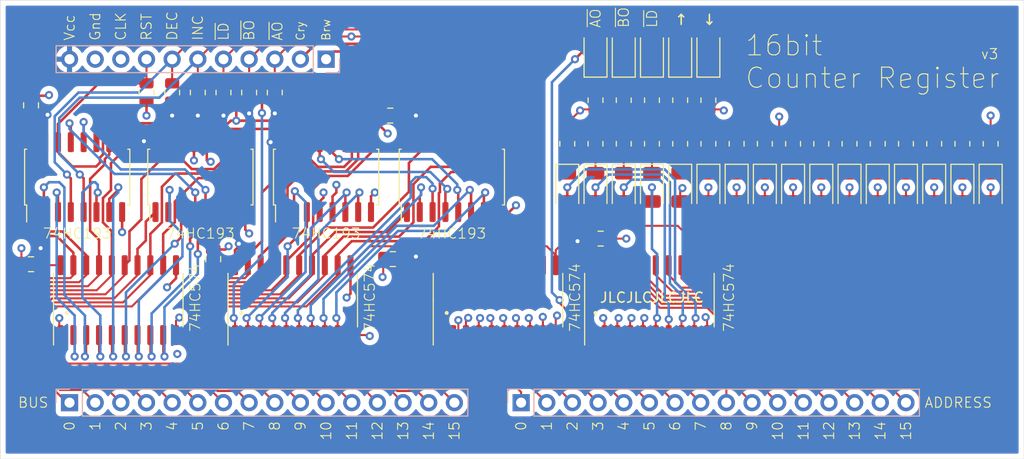
<source format=kicad_pcb>
(kicad_pcb (version 20211014) (generator pcbnew)
  (layers (0 "F.Cu" signal) (1 "In1.Cu" signal) (2 "In2.Cu" signal) (31 "B.Cu" signal) (34 "B.Paste" user) (35 "F.Paste" user) (36 "B.SilkS" user "B.Silkscreen") (37 "F.SilkS" user "F.Silkscreen") (38 "B.Mask" user) (39 "F.Mask" user) (44 "Edge.Cuts" user))
  (net 0 "")
  (net 1 "VCC")
  (net 2 "GND")
  (net 3 "Net-(D1-Pad1)")
  (net 4 "Net-(D2-Pad1)")
  (net 5 "Net-(D3-Pad1)")
  (net 6 "Net-(D4-Pad1)")
  (net 7 "Net-(D5-Pad1)")
  (net 8 "Net-(D6-Pad1)")
  (net 9 "Net-(D7-Pad1)")
  (net 10 "Net-(D8-Pad1)")
  (net 11 "Net-(D9-Pad1)")
  (net 12 "Net-(D10-Pad1)")
  (net 13 "Net-(D11-Pad1)")
  (net 14 "Net-(D12-Pad1)")
  (net 15 "Net-(D13-Pad1)")
  (net 16 "Net-(D14-Pad1)")
  (net 17 "Net-(D15-Pad1)")
  (net 18 "Net-(D16-Pad1)")
  (net 19 "Net-(D18-Pad1)")
  (net 20 "Net-(D19-Pad1)")
  (net 21 "Net-(D20-Pad1)")
  (net 22 "Net-(D21-Pad1)")
  (net 23 "Net-(D22-Pad1)")
  (net 24 "BUS15")
  (net 25 "BUS14")
  (net 26 "BUS13")
  (net 27 "BUS12")
  (net 28 "BUS11")
  (net 29 "BUS10")
  (net 30 "BUS9")
  (net 31 "BUS8")
  (net 32 "BUS7")
  (net 33 "BUS6")
  (net 34 "BUS5")
  (net 35 "BUS4")
  (net 36 "BUS3")
  (net 37 "BUS2")
  (net 38 "BUS1")
  (net 39 "BUS0")
  (net 40 "ADDR15")
  (net 41 "ADDR14")
  (net 42 "ADDR13")
  (net 43 "ADDR12")
  (net 44 "ADDR11")
  (net 45 "ADDR10")
  (net 46 "ADDR9")
  (net 47 "ADDR8")
  (net 48 "ADDR7")
  (net 49 "ADDR6")
  (net 50 "ADDR5")
  (net 51 "ADDR4")
  (net 52 "ADDR3")
  (net 53 "ADDR2")
  (net 54 "ADDR1")
  (net 55 "ADDR0")
  (net 56 "CLOCK")
  (net 57 "CLEAR")
  (net 58 "~{DEC}")
  (net 59 "~{INC}")
  (net 60 "~{BUS_OUT}")
  (net 61 "~{ADDR_OUT}")
  (net 62 "CO")
  (net 63 "BO")
  (net 64 "REG7")
  (net 65 "REG6")
  (net 66 "REG5")
  (net 67 "REG4")
  (net 68 "REG3")
  (net 69 "REG2")
  (net 70 "REG1")
  (net 71 "REG0")
  (net 72 "Net-(U2-Pad13)")
  (net 73 "Net-(U2-Pad12)")
  (net 74 "~{LOAD}")
  (net 75 "Net-(U3-Pad13)")
  (net 76 "Net-(U3-Pad12)")
  (net 77 "REG15")
  (net 78 "REG14")
  (net 79 "REG13")
  (net 80 "REG12")
  (net 81 "REG11")
  (net 82 "REG10")
  (net 83 "REG9")
  (net 84 "REG8")
  (net 85 "Net-(U5-Pad13)")
  (net 86 "Net-(U5-Pad12)")
  (footprint "Capacitor_SMD:C_0805_2012Metric" (layer "F.Cu") (at 113.538 133.604)
    (fp_text reference "C1" hide)
    (fp_text value "C")
  )
  (footprint "Capacitor_SMD:C_0805_2012Metric" (layer "F.Cu") (at 92.964 135.636 180)
    (fp_text reference "C4" hide)
    (fp_text value "C")
  )
  (footprint "Capacitor_SMD:C_0805_2012Metric" (layer "F.Cu") (at 57.15 136.144 180)
    (fp_text reference "C9" hide)
    (fp_text value "C")
  )
  (footprint "LED_SMD:LED_1206_3216Metric" (layer "F.Cu") (at 115.824 115.316 90)
    (fp_text reference "D18" hide)
    (fp_text value "LED")
  )
  (footprint "LED_SMD:LED_1206_3216Metric" (layer "F.Cu") (at 124.206 115.316 90)
    (fp_text reference "D19" hide)
    (fp_text value "LED")
  )
  (footprint "LED_SMD:LED_1206_3216Metric" (layer "F.Cu") (at 113.03 115.316 90)
    (fp_text reference "D20" hide)
    (fp_text value "LED")
  )
  (footprint "LED_SMD:LED_1206_3216Metric" (layer "F.Cu") (at 121.412 115.316 90)
    (fp_text reference "D21" hide)
    (fp_text value "LED")
  )
  (footprint "LED_SMD:LED_1206_3216Metric" (layer "F.Cu") (at 118.618 115.316 90)
    (fp_text reference "D22" hide)
    (fp_text value "LED")
  )
  (footprint "Resistor_SMD:R_0805_2012Metric" (layer "F.Cu") (at 78.74 119.126 90)
    (fp_text reference "R1" hide)
    (fp_text value "R_Small")
  )
  (footprint "Resistor_SMD:R_0805_2012Metric" (layer "F.Cu") (at 118.618 119.888 -90)
    (fp_text reference "R17" hide)
    (fp_text value "R_Small")
  )
  (footprint "Resistor_SMD:R_0805_2012Metric" (layer "F.Cu") (at 68.58 119.126 90)
    (fp_text reference "R18" hide)
    (fp_text value "R_Small")
  )
  (footprint "Resistor_SMD:R_0805_2012Metric" (layer "F.Cu") (at 115.824 119.888 -90)
    (fp_text reference "R20" hide)
    (fp_text value "R_Small")
  )
  (footprint "Resistor_SMD:R_0805_2012Metric" (layer "F.Cu") (at 124.206 119.888 -90)
    (fp_text reference "R21" hide)
    (fp_text value "R_Small")
  )
  (footprint "Resistor_SMD:R_0805_2012Metric" (layer "F.Cu") (at 113.03 119.888 -90)
    (fp_text reference "R22" hide)
    (fp_text value "R_Small")
  )
  (footprint "Resistor_SMD:R_0805_2012Metric" (layer "F.Cu") (at 121.412 119.888 -90)
    (fp_text reference "R23" hide)
    (fp_text value "R_Small")
  )
  (footprint "Resistor_SMD:R_0805_2012Metric" (layer "F.Cu") (at 76.2 119.126 90)
    (fp_text reference "R24" hide)
    (fp_text value "R_Small")
  )
  (footprint "Resistor_SMD:R_0805_2012Metric" (layer "F.Cu") (at 81.28 119.126 90)
    (fp_text reference "R25" hide)
    (fp_text value "R_Small")
  )
  (footprint "Resistor_SMD:R_0805_2012Metric" (layer "F.Cu") (at 71.12 119.126 -90)
    (fp_text reference "R27" hide)
    (fp_text value "R_Small")
  )
  (footprint "Resistor_SMD:R_0805_2012Metric" (layer "F.Cu") (at 73.66 119.126 -90)
    (fp_text reference "R28" hide)
    (fp_text value "R_Small")
  )
  (footprint "LED_SMD:LED_1206_3216Metric" (layer "F.Cu") (at 113.03 128.524 -90)
    (fp_text reference "D2" hide)
    (fp_text value "LED")
  )
  (footprint "LED_SMD:LED_1206_3216Metric" (layer "F.Cu") (at 115.824 128.524 -90)
    (fp_text reference "D3" hide)
    (fp_text value "LED")
  )
  (footprint "LED_SMD:LED_1206_3216Metric" (layer "F.Cu") (at 118.618 128.524 -90)
    (fp_text reference "D4" hide)
    (fp_text value "LED")
  )
  (footprint "LED_SMD:LED_1206_3216Metric" (layer "F.Cu") (at 124.206 128.524 -90)
    (fp_text reference "D6" hide)
    (fp_text value "LED")
  )
  (footprint "LED_SMD:LED_1206_3216Metric" (layer "F.Cu") (at 127 128.524 -90)
    (fp_text reference "D7" hide)
    (fp_text value "LED")
  )
  (footprint "LED_SMD:LED_1206_3216Metric" (layer "F.Cu") (at 129.794 128.524 -90)
    (fp_text reference "D8" hide)
    (fp_text value "LED")
  )
  (footprint "LED_SMD:LED_1206_3216Metric" (layer "F.Cu") (at 132.588 128.524 -90)
    (fp_text reference "D9" hide)
    (fp_text value "LED")
  )
  (footprint "LED_SMD:LED_1206_3216Metric" (layer "F.Cu") (at 135.382 128.524 -90)
    (fp_text reference "D10" hide)
    (fp_text value "LED")
  )
  (footprint "LED_SMD:LED_1206_3216Metric" (layer "F.Cu") (at 138.176 128.524 -90)
    (fp_text reference "D11" hide)
    (fp_text value "LED")
  )
  (footprint "LED_SMD:LED_1206_3216Metric" (layer "F.Cu") (at 140.97 128.524 -90)
    (fp_text reference "D12" hide)
    (fp_text value "LED")
  )
  (footprint "LED_SMD:LED_1206_3216Metric" (layer "F.Cu") (at 143.764 128.524 -90)
    (fp_text reference "D13" hide)
    (fp_text value "LED")
  )
  (footprint "LED_SMD:LED_1206_3216Metric" (layer "F.Cu") (at 146.558 128.524 -90)
    (fp_text reference "D14" hide)
    (fp_text value "LED")
  )
  (footprint "LED_SMD:LED_1206_3216Metric" (layer "F.Cu") (at 149.352 128.524 -90)
    (fp_text reference "D15" hide)
    (fp_text value "LED")
  )
  (footprint "LED_SMD:LED_1206_3216Metric" (layer "F.Cu") (at 152.146 128.524 -90)
    (fp_text reference "D16" hide)
    (fp_text value "LED")
  )
  (footprint "Resistor_SMD:R_0805_2012Metric" (layer "F.Cu") (at 113.03 124.206 90)
    (fp_text reference "R3" hide)
    (fp_text value "R_Small")
  )
  (footprint "Resistor_SMD:R_0805_2012Metric" (layer "F.Cu") (at 115.824 124.206 90)
    (fp_text reference "R4" hide)
    (fp_text value "R_Small")
  )
  (footprint "Resistor_SMD:R_0805_2012Metric" (layer "F.Cu") (at 118.618 124.206 90)
    (fp_text reference "R5" hide)
    (fp_text value "R_Small")
  )
  (footprint "Resistor_SMD:R_0805_2012Metric" (layer "F.Cu") (at 121.412 124.206 90)
    (fp_text reference "R6" hide)
    (fp_text value "R_Small")
  )
  (footprint "Resistor_SMD:R_0805_2012Metric" (layer "F.Cu") (at 124.206 124.206 90)
    (fp_text reference "R7" hide)
    (fp_text value "R_Small")
  )
  (footprint "Resistor_SMD:R_0805_2012Metric" (layer "F.Cu") (at 127 124.206 90)
    (fp_text reference "R8" hide)
    (fp_text value "R_Small")
  )
  (footprint "Resistor_SMD:R_0805_2012Metric" (layer "F.Cu") (at 129.794 124.206 90)
    (fp_text reference "R9" hide)
    (fp_text value "R_Small")
  )
  (footprint "Resistor_SMD:R_0805_2012Metric" (layer "F.Cu") (at 132.588 124.206 90)
    (fp_text reference "R10" hide)
    (fp_text value "R_Small")
  )
  (footprint "Resistor_SMD:R_0805_2012Metric" (layer "F.Cu") (at 135.382 124.206 90)
    (fp_text reference "R11" hide)
    (fp_text value "R_Small")
  )
  (footprint "Resistor_SMD:R_0805_2012Metric" (layer "F.Cu") (at 138.176 124.206 90)
    (fp_text reference "R12" hide)
    (fp_text value "R_Small")
  )
  (footprint "Resistor_SMD:R_0805_2012Metric" (layer "F.Cu") (at 140.97 124.206 90)
    (fp_text reference "R13" hide)
    (fp_text value "R_Small")
  )
  (footprint "Resistor_SMD:R_0805_2012Metric" (layer "F.Cu") (at 143.764 124.206 90)
    (fp_text reference "R14" hide)
    (fp_text value "R_Small")
  )
  (footprint "Resistor_SMD:R_0805_2012Metric" (layer "F.Cu") (at 149.352 124.206 90)
    (fp_text reference "R16" hide)
    (fp_text value "R_Small")
  )
  (footprint "Resistor_SMD:R_0805_2012Metric" (layer "F.Cu") (at 152.146 124.206 90)
    (fp_text reference "R19" hide)
    (fp_text value "R_Small")
  )
  (footprint "LED_SMD:LED_1206_3216Metric" (layer "F.Cu") (at 121.412 128.524 -90)
    (fp_text reference "D5" hide)
    (fp_text value "LED")
  )
  (footprint "Resistor_SMD:R_0805_2012Metric" (layer "F.Cu") (at 146.558 124.206 90)
    (fp_text reference "R15" hide)
    (fp_text value "R_Small")
  )
  (footprint "Capacitor_SMD:C_0805_2012Metric" (layer "F.Cu") (at 57.15 120.396 90)
    (fp_text reference "C2" hide)
    (fp_text value "C")
  )
  (footprint "Capacitor_SMD:C_0805_2012Metric" (layer "F.Cu") (at 92.71 121.412 180)
    (fp_text reference "C3" hide)
    (fp_text value "C")
  )
  (footprint "Capacitor_SMD:C_0805_2012Metric" (layer "F.Cu") (at 75.184 135.636 90)
    (fp_text reference "C7" hide)
    (fp_text value "C")
  )
  (footprint "LED_SMD:LED_1206_3216Metric" (layer "F.Cu") (at 110.236 128.524 -90)
    (fp_text reference "D1" hide)
    (fp_text value "LED")
  )
  (footprint "Resistor_SMD:R_0805_2012Metric" (layer "F.Cu") (at 110.236 124.206 90)
    (fp_text reference "R2" hide)
    (fp_text value "R_Small")
  )
  (footprint "Package_SO:SO-16_5.3x10.2mm_P1.27mm" (layer "F.Cu") (at 61.722 127.508 90)
    (fp_text reference "U2" hide)
    (fp_text value "74LS193" hide)
  )
  (footprint "Package_SO:SO-16_5.3x10.2mm_P1.27mm" (layer "F.Cu") (at 73.914 127.508 90)
    (fp_text reference "U3" hide)
    (fp_text value "74LS193")
  )
  (footprint "Package_SO:SO-16_5.3x10.2mm_P1.27mm" (layer "F.Cu") (at 86.36 127.508 90)
    (fp_text reference "U5" hide)
    (fp_text value "74LS193" hide)
  )
  (footprint "Package_SO:SO-16_5.3x10.2mm_P1.27mm" (layer "F.Cu") (at 98.806 127.508 90)
    (fp_text reference "U7" hide)
    (fp_text value "74LS193" hide)
  )
  (footprint "Package_SO:SO-20_5.3x12.6mm_P1.27mm" (layer "F.Cu") (at 103.378 139.7 90)
    (fp_text reference "U6" hide)
    (fp_text value "74LS574")
  )
  (footprint "Package_SO:SO-20_5.3x12.6mm_P1.27mm" (layer "F.Cu") (at 118.364 139.7 90)
    (fp_text reference "U8" hide)
    (fp_text value "74LS574")
  )
  (footprint "Package_SO:SO-20_5.3x12.6mm_P1.27mm" (layer "F.Cu") (at 65.786 139.7 90)
    (fp_text reference "U1" hide)
    (fp_text value "74LS574")
  )
  (footprint "Package_SO:SO-20_5.3x12.6mm_P1.27mm" (layer "F.Cu") (at 83.058 139.7 90)
    (fp_text reference "U4" hide)
    (fp_text value "74LS574")
  )
  (footprint "Connector_PinHeader_2.54mm:PinHeader_1x16_P2.54mm_Vertical" (layer "B.Cu") (at 60.96 149.86 -90)
    (fp_text reference "J2" hide)
    (fp_text value "Conn_01x16")
  )
  (footprint "Connector_PinHeader_2.54mm:PinHeader_1x16_P2.54mm_Vertical" (layer "B.Cu") (at 105.664 149.86 -90)
    (fp_text reference "J3" hide)
    (fp_text value "Conn_01x16")
  )
  (footprint "Connector_PinHeader_2.54mm:PinHeader_1x11_P2.54mm_Vertical" (layer "B.Cu") (at 86.36 115.824 90)
    (fp_text reference "J4" hide)
    (fp_text value "Conn_01x11")
  )
  (gr_circle (center 60.706 140.97) (end 60.806 140.97) (layer "F.SilkS") (width 0.2) (fill none))
  (gr_circle (center 77.978 140.97) (end 78.078 140.97) (layer "F.SilkS") (width 0.2) (fill none))
  (gr_circle (center 98.298 140.97) (end 98.398 140.97) (layer "F.SilkS") (width 0.2) (fill none))
  (gr_circle (center 113.03 140.97) (end 113.13 140.97) (layer "F.SilkS") (width 0.2) (fill none))
  (gr_line (start 155.448 155.448) (end 54.102 155.448) (layer "Edge.Cuts") (width 0.05))
  (gr_line (start 61.468 109.982) (end 54.102 109.982) (layer "Edge.Cuts") (width 0.05))
  (gr_line (start 155.448 109.982) (end 155.448 155.448) (layer "Edge.Cuts") (width 0.05))
  (gr_line (start 54.102 109.982) (end 54.102 155.448) (layer "Edge.Cuts") (width 0.05))
  (gr_line (start 61.468 109.982) (end 155.448 109.982) (layer "Edge.Cuts") (width 0.05))
  (gr_text "→" (at 121.412 112.776 90) (layer "F.SilkS") (effects (font (size 1.3 1.3)) (justify left)))
  (gr_text "~{LD}" (at 118.618 112.776 90) (layer "F.SilkS") (effects (font (size 1 1) (thickness 0.1)) (justify left)))
  (gr_text "~{BO}" (at 115.824 112.776 90) (layer "F.SilkS") (effects (font (size 1 1) (thickness 0.1)) (justify left)))
  (gr_text "~{AO}" (at 113.03 112.776 90) (layer "F.SilkS") (effects (font (size 1 1) (thickness 0.1)) (justify left)))
  (gr_text "←" (at 124.206 112.776 90) (layer "F.SilkS") (effects (font (size 1.3 1.3)) (justify left)))
  (gr_text "~{BO}" (at 78.74 114.046 90) (layer "F.SilkS") (effects (font (size 1 1) (thickness 0.1)) (justify left)))
  (gr_text "~{AO}" (at 81.534 114.046 90) (layer "F.SilkS") (effects (font (size 1 1) (thickness 0.1)) (justify left)))
  (gr_text "~{LD}" (at 76.2 114.046 90) (layer "F.SilkS") (effects (font (size 1 1) (thickness 0.1)) (justify left)))
  (gr_text "INC" (at 73.66 114.046 90) (layer "F.SilkS") (effects (font (size 1 1) (thickness 0.1)) (justify left)))
  (gr_text "DEC" (at 71.12 114.046 90) (layer "F.SilkS") (effects (font (size 1 1) (thickness 0.1)) (justify left)))
  (gr_text "RST" (at 68.58 114.046 90) (layer "F.SilkS") (effects (font (size 1 1) (thickness 0.1)) (justify left)))
  (gr_text "CLK" (at 66.04 114.046 90) (layer "F.SilkS") (effects (font (size 1 1) (thickness 0.1)) (justify left)))
  (gr_text "Gnd" (at 63.5 114.046 90) (layer "F.SilkS") (effects (font (size 1 1) (thickness 0.1)) (justify left)))
  (gr_text "Vcc" (at 60.96 114.046 90) (layer "F.SilkS") (effects (font (size 1 1) (thickness 0.1)) (justify left)))
  (gr_text "Cry" (at 83.82 114.046 90) (layer "F.SilkS") (effects (font (size 0.8 0.8) (thickness 0.1)) (justify left)))
  (gr_text "Brw" (at 86.36 114.046 90) (layer "F.SilkS") (effects (font (size 0.8 0.8) (thickness 0.1)) (justify left)))
  (gr_text "0" (at 60.96 151.638 90) (layer "F.SilkS") (effects (font (size 1 1) (thickness 0.1)) (justify right)))
  (gr_text "1" (at 63.5 151.638 90) (layer "F.SilkS") (effects (font (size 1 1) (thickness 0.1)) (justify right)))
  (gr_text "2" (at 66.04 151.638 90) (layer "F.SilkS") (effects (font (size 1 1) (thickness 0.1)) (justify right)))
  (gr_text "3" (at 68.58 151.638 90) (layer "F.SilkS") (effects (font (size 1 1) (thickness 0.1)) (justify right)))
  (gr_text "4" (at 71.12 151.638 90) (layer "F.SilkS") (effects (font (size 1 1) (thickness 0.1)) (justify right)))
  (gr_text "5" (at 73.66 151.638 90) (layer "F.SilkS") (effects (font (size 1 1) (thickness 0.1)) (justify right)))
  (gr_text "6" (at 76.2 151.638 90) (layer "F.SilkS") (effects (font (size 1 1) (thickness 0.1)) (justify right)))
  (gr_text "7" (at 78.74 151.638 90) (layer "F.SilkS") (effects (font (size 1 1) (thickness 0.1)) (justify right)))
  (gr_text "8" (at 81.28 151.638 90) (layer "F.SilkS") (effects (font (size 1 1) (thickness 0.1)) (justify right)))
  (gr_text "9" (at 83.82 151.638 90) (layer "F.SilkS") (effects (font (size 1 1) (thickness 0.1)) (justify right)))
  (gr_text "10" (at 86.36 151.638 90) (layer "F.SilkS") (effects (font (size 1 1) (thickness 0.1)) (justify right)))
  (gr_text "11" (at 88.9 151.638 90) (layer "F.SilkS") (effects (font (size 1 1) (thickness 0.1)) (justify right)))
  (gr_text "12" (at 91.44 151.638 90) (layer "F.SilkS") (effects (font (size 1 1) (thickness 0.1)) (justify right)))
  (gr_text "13" (at 93.98 151.638 90) (layer "F.SilkS") (effects (font (size 1 1) (thickness 0.1)) (justify right)))
  (gr_text "14" (at 96.52 151.638 90) (layer "F.SilkS") (effects (font (size 1 1) (thickness 0.1)) (justify right)))
  (gr_text "15" (at 99.06 151.638 90) (layer "F.SilkS") (effects (font (size 1 1) (thickness 0.1)) (justify right)))
  (gr_text "3" (at 113.284 151.638 90) (layer "F.SilkS") (effects (font (size 1 1) (thickness 0.1)) (justify right)))
  (gr_text "9" (at 128.524 151.638 90) (layer "F.SilkS") (effects (font (size 1 1) (thickness 0.1)) (justify right)))
  (gr_text "7" (at 123.444 151.638 90) (layer "F.SilkS") (effects (font (size 1 1) (thickness 0.1)) (justify right)))
  (gr_text "8" (at 125.984 151.638 90) (layer "F.SilkS") (effects (font (size 1 1) (thickness 0.1)) (justify right)))
  (gr_text "6" (at 120.904 151.638 90) (layer "F.SilkS") (effects (font (size 1 1) (thickness 0.1)) (justify right)))
  (gr_text "5" (at 118.364 151.638 90) (layer "F.SilkS") (effects (font (size 1 1) (thickness 0.1)) (justify right)))
  (gr_text "4" (at 115.824 151.638 90) (layer "F.SilkS") (effects (font (size 1 1) (thickness 0.1)) (justify right)))
  (gr_text "1" (at 108.204 151.638 90) (layer "F.SilkS") (effects (font (size 1 1) (thickness 0.1)) (justify right)))
  (gr_text "2" (at 110.744 151.638 90) (layer "F.SilkS") (effects (font (size 1 1) (thickness 0.1)) (justify right)))
  (gr_text "15" (at 143.764 151.638 90) (layer "F.SilkS") (effects (font (size 1 1) (thickness 0.1)) (justify right)))
  (gr_text "14" (at 141.224 151.638 90) (layer "F.SilkS") (effects (font (size 1 1) (thickness 0.1)) (justify right)))
  (gr_text "11" (at 133.604 151.638 90) (layer "F.SilkS") (effects (font (size 1 1) (thickness 0.1)) (justify right)))
  (gr_text "10" (at 131.064 151.638 90) (layer "F.SilkS") (effects (font (size 1 1) (thickness 0.1)) (justify right)))
  (gr_text "13" (at 138.684 151.638 90) (layer "F.SilkS") (effects (font (size 1 1) (thickness 0.1)) (justify right)))
  (gr_text "12" (at 136.144 151.638 90) (layer "F.SilkS") (effects (font (size 1 1) (thickness 0.1)) (justify right)))
  (gr_text "0" (at 105.664 151.638 90) (layer "F.SilkS") (effects (font (size 1 1) (thickness 0.1)) (justify right)))
  (gr_text "BUS" (at 58.928 149.86) (layer "F.SilkS") (effects (font (size 1 1) (thickness 0.1)) (justify right)))
  (gr_text "ADDRESS" (at 145.542 149.86) (layer "F.SilkS") (effects (font (size 1 1) (thickness 0.1)) (justify left)))
  (gr_text "74HC574" (at 73.406 139.446 90) (layer "F.SilkS") (effects (font (size 1 1) (thickness 0.1))))
  (gr_text "74HC574" (at 90.678 139.446 90) (layer "F.SilkS") (effects (font (size 1 1) (thickness 0.1))))
  (gr_text "74HC574" (at 110.998 139.446 90) (layer "F.SilkS") (effects (font (size 1 1) (thickness 0.1))))
  (gr_text "74HC574" (at 126.238 139.446 90) (layer "F.SilkS") (effects (font (size 1 1) (thickness 0.1))))
  (gr_text "16bit\nCounter Register" (at 127.762 116.078) (layer "F.SilkS") (effects (font (size 2 2) (thickness 0.1)) (justify left)))
  (gr_text "v3" (at 151.13 115.316) (layer "F.SilkS") (effects (font (size 1 1) (thickness 0.1)) (justify left)))
  (gr_text "JLCJLCJLCJLC" (at 118.618 139.446) (layer "F.SilkS") (effects (font (size 1 1))))
  (segment (start 60.071 136.2375) (end 58.1935 136.2375) (width 0.2) (layer "F.Cu") (net 1))
  (segment (start 93.66 121.412) (end 95.25 121.412) (width 0.25) (layer "F.Cu") (net 1))
  (segment (start 93.914 135.636) (end 94.996 135.636) (width 0.2) (layer "F.Cu") (net 1))
  (segment (start 73.66 120.0385) (end 73.66 119.703834) (width 0.2) (layer "F.Cu") (net 1))
  (segment (start 111.506 133.604) (end 112.588 133.604) (width 0.2) (layer "F.Cu") (net 1))
  (segment (start 73.66 120.0385) (end 73.66 121.412) (width 0.25) (layer "F.Cu") (net 1))
  (segment (start 76.9945 136.586) (end 77.343 136.2375) (width 0.25) (layer "F.Cu") (net 1))
  (segment (start 57.15 121.346) (end 57.15 123.9185) (width 0.25) (layer "F.Cu") (net 1))
  (segment (start 71.12 120.0385) (end 71.12 121.412) (width 0.25) (layer "F.Cu") (net 1))
  (segment (start 57.15 123.9185) (end 57.277 124.0455) (width 0.25) (layer "F.Cu") (net 1))
  (segment (start 58.1935 136.2375) (end 58.1 136.144) (width 0.2) (layer "F.Cu") (net 1))
  (segment (start 112.649 136.2375) (end 111.252 134.8405) (width 0.2) (layer "F.Cu") (net 1))
  (segment (start 93.66 123.3445) (end 94.361 124.0455) (width 0.25) (layer "F.Cu") (net 1))
  (segment (start 75.438 136.397972) (end 75.692028 136.652) (width 0.2) (layer "F.Cu") (net 1))
  (segment (start 77.724 134.366) (end 77.724 134.112) (width 0.25) (layer "F.Cu") (net 1))
  (segment (start 81.28 120.0385) (end 81.28 121.19499) (width 0.25) (layer "F.Cu") (net 1))
  (segment (start 58.768305 121.346) (end 58.784655 121.32965) (width 0.25) (layer "F.Cu") (net 1))
  (segment (start 111.252 134.8405) (end 111.252 133.858) (width 0.2) (layer "F.Cu") (net 1))
  (segment (start 68.4195 124.0455) (end 68.326 123.952) (width 0.25) (layer "F.Cu") (net 1))
  (segment (start 81.915 124.0455) (end 80.8655 124.0455) (width 0.25) (layer "F.Cu") (net 1))
  (segment (start 96.1055 136.2375) (end 95.25 135.382) (width 0.2) (layer "F.Cu") (net 1))
  (segment (start 97.663 136.2375) (end 96.1055 136.2375) (width 0.2) (layer "F.Cu") (net 1))
  (segment (start 69.469 124.0455) (end 68.4195 124.0455) (width 0.25) (layer "F.Cu") (net 1))
  (segment (start 58.1 136.144) (end 58.1 134.554) (width 0.2) (layer "F.Cu") (net 1))
  (segment (start 111.252 133.858) (end 111.506 133.604) (width 0.2) (layer "F.Cu") (net 1))
  (segment (start 78.74 120.0385) (end 78.74 121.19499) (width 0.25) (layer "F.Cu") (net 1))
  (segment (start 94.996 135.636) (end 95.25 135.382) (width 0.2) (layer "F.Cu") (net 1))
  (segment (start 93.66 121.666) (end 93.66 123.3445) (width 0.25) (layer "F.Cu") (net 1))
  (segment (start 76.2 120.0385) (end 76.2 121.412) (width 0.25) (layer "F.Cu") (net 1))
  (segment (start 77.343 136.2375) (end 77.343 134.747) (width 0.25) (layer "F.Cu") (net 1))
  (segment (start 77.343 134.747) (end 77.724 134.366) (width 0.25) (layer "F.Cu") (net 1))
  (segment (start 57.15 121.346) (end 58.768305 121.346) (width 0.25) (layer "F.Cu") (net 1))
  (segment (start 76.2 120.0385) (end 76.8585 120.0385) (width 0.2) (layer "F.Cu") (net 1))
  (segment (start 75.184 136.586) (end 76.9945 136.586) (width 0.25) (layer "F.Cu") (net 1))
  (via (at 95.25 135.382) (size 0.8) (drill 0.4) (layers "F.Cu" "B.Cu") (net 1))
  (via (at 58.1 134.554) (size 0.8) (drill 0.4) (layers "F.Cu" "B.Cu") (net 1))
  (via (at 81.28 121.19499) (size 0.8) (drill 0.4) (layers "F.Cu" "B.Cu") (net 1))
  (via (at 95.25 121.412) (size 0.8) (drill 0.4) (layers "F.Cu" "B.Cu") (net 1))
  (via (at 58.784655 121.32965) (size 0.8) (drill 0.4) (layers "F.Cu" "B.Cu") (net 1))
  (via (at 80.8655 124.0455) (size 0.8) (drill 0.4) (layers "F.Cu" "B.Cu") (net 1))
  (via (at 78.74 121.19499) (size 0.8) (drill 0.4) (layers "F.Cu" "B.Cu") (net 1))
  (via (at 76.2 121.412) (size 0.8) (drill 0.4) (layers "F.Cu" "B.Cu") (net 1))
  (via (at 111.252 133.858) (size 0.8) (drill 0.4) (layers "F.Cu" "B.Cu") (net 1))
  (via (at 71.12 121.412) (size 0.8) (drill 0.4) (layers "F.Cu" "B.Cu") (net 1))
  (via (at 68.326 123.952) (size 0.8) (drill 0.4) (layers "F.Cu" "B.Cu") (net 1))
  (via (at 77.724 134.112) (size 0.8) (drill 0.4) (layers "F.Cu" "B.Cu") (net 1))
  (via (at 73.66 121.412) (size 0.8) (drill 0.4) (layers "F.Cu" "B.Cu") (net 1))
  (segment (start 109.093 143.1625) (end 109.093 141.351) (width 0.2) (layer "F.Cu") (net 2))
  (segment (start 71.501 141.74923) (end 71.827115 141.423115) (width 0.2) (layer "F.Cu") (net 2))
  (segment (start 110.236 122.174) (end 111.506 120.904) (width 0.2) (layer "F.Cu") (net 2))
  (segment (start 90.805 130.9705) (end 90.805 129.413) (width 0.25) (layer "F.Cu") (net 2))
  (segment (start 110.236 123.2935) (end 131.2145 123.2935) (width 0.2) (layer "F.Cu") (net 2))
  (segment (start 91.76 122.494) (end 92.456 123.19) (width 0.25) (layer "F.Cu") (net 2))
  (segment (start 91.948 137.16) (end 91.948 137.414) (width 0.2) (layer "F.Cu") (net 2))
  (segment (start 131.2145 123.2935) (end 152.146 123.2935) (width 0.2) (layer "F.Cu") (net 2))
  (segment (start 66.167 130.9705) (end 66.167 132.969) (width 0.25) (layer "F.Cu") (net 2))
  (segment (start 68.58 120.0385) (end 68.58 121.412) (width 0.25) (layer "F.Cu") (net 2))
  (segment (start 78.359 132.715) (end 78.74 133.096) (width 0.25) (layer "F.Cu") (net 2))
  (segment (start 110.236 123.2935) (end 110.236 122.174) (width 0.2) (layer "F.Cu") (net 2))
  (segment (start 124.206 120.8005) (end 125.6265 120.8005) (width 0.2) (layer "F.Cu") (net 2))
  (segment (start 75.184 134.686) (end 76.388 134.686) (width 0.25) (layer "F.Cu") (net 2))
  (segment (start 68.58 120.0385) (end 68.2225 120.0385) (width 0.2) (layer "F.Cu") (net 2))
  (segment (start 125.6265 120.8005) (end 125.73 120.904) (width 0.2) (layer "F.Cu") (net 2))
  (segment (start 152.146 123.2935) (end 152.146 121.412) (width 0.2) (layer "F.Cu") (net 2))
  (segment (start 56.2 136.144) (end 56.2 134.554) (width 0.2) (layer "F.Cu") (net 2))
  (segment (start 131.2145 123.2935) (end 131.2145 121.5155) (width 0.2) (layer "F.Cu") (net 2))
  (segment (start 113.03 120.8005) (end 111.6095 120.8005) (width 0.2) (layer "F.Cu") (net 2))
  (segment (start 91.76 121.412) (end 91.76 122.494) (width 0.25) (layer "F.Cu") (net 2))
  (segment (start 90.5845 143.1625) (end 90.678 143.256) (width 0.2) (layer "F.Cu") (net 2))
  (segment (start 111.6095 120.8005) (end 111.506 120.904) (width 0.2) (layer "F.Cu") (net 2))
  (segment (start 58.608 119.446) (end 58.674 119.38) (width 0.25) (layer "F.Cu") (net 2))
  (segment (start 90.805 129.413) (end 91.186 129.032) (width 0.25) (layer "F.Cu") (net 2))
  (segment (start 92.014 135.636) (end 92.014 137.094) (width 0.2) (layer "F.Cu") (net 2))
  (segment (start 88.773 143.1625) (end 90.5845 143.1625) (width 0.2) (layer "F.Cu") (net 2))
  (segment (start 124.079 143.1625) (end 124.079 141.540149) (width 0.2) (layer "F.Cu") (net 2))
  (segment (start 114.488 133.604) (end 116.078 133.604) (width 0.2) (layer "F.Cu") (net 2))
  (segment (start 124.079 141.540149) (end 123.931869 141.393018) (width 0.2) (layer "F.Cu") (net 2))
  (segment (start 109.093 141.351) (end 109.22 141.224) (width 0.2) (layer "F.Cu") (net 2))
  (segment (start 78.359 130.9705) (end 78.359 132.715) (width 0.25) (layer "F.Cu") (net 2))
  (segment (start 124.206 120.8005) (end 113.03 120.8005) (width 0.2) (layer "F.Cu") (net 2))
  (segment (start 76.388 134.686) (end 76.708 134.366) (width 0.25) (layer "F.Cu") (net 2))
  (segment (start 58.674 119.38) (end 58.928 119.38) (width 0.25) (layer "F.Cu") (net 2))
  (segment (start 103.251 130.9705) (end 104.4875 130.9705) (width 0.25) (layer "F.Cu") (net 2))
  (segment (start 57.15 119.446) (end 58.608 119.446) (width 0.25) (layer "F.Cu") (net 2))
  (segment (start 71.501 143.1625) (end 71.501 141.74923) (width 0.2) (layer "F.Cu") (net 2))
  (segment (start 104.4875 130.9705) (end 105.156 130.302) (width 0.25) (layer "F.Cu") (net 2))
  (segment (start 92.014 137.094) (end 91.948 137.16) (width 0.2) (layer "F.Cu") (net 2))
  (via (at 125.73 120.904) (size 0.8) (drill 0.4) (layers "F.Cu" "B.Cu") (net 2))
  (via (at 90.678 143.256) (size 0.8) (drill 0.4) (layers "F.Cu" "B.Cu") (net 2))
  (via (at 76.708 134.366) (size 0.8) (drill 0.4) (layers "F.Cu" "B.Cu") (net 2))
  (via (at 71.827115 141.423115) (size 0.8) (drill 0.4) (layers "F.Cu" "B.Cu") (net 2))
  (via (at 91.186 129.032) (size 0.8) (drill 0.4) (layers "F.Cu" "B.Cu") (net 2))
  (via (at 105.156 130.302) (size 0.8) (drill 0.4) (layers "F.Cu" "B.Cu") (net 2))
  (via (at 78.74 133.096) (size 0.8) (drill 0.4) (layers "F.Cu" "B.Cu") (net 2))
  (via (at 92.456 123.19) (size 0.8) (drill 0.4) (layers "F.Cu" "B.Cu") (net 2))
  (via (at 68.58 121.412) (size 0.8) (drill 0.4) (layers "F.Cu" "B.Cu") (net 2))
  (via (at 152.146 121.412) (size 0.8) (drill 0.4) (layers "F.Cu" "B.Cu") (net 2))
  (via (at 131.2145 121.5155) (size 0.8) (drill 0.4) (layers "F.Cu" "B.Cu") (net 2))
  (via (at 123.931869 141.393018) (size 0.8) (drill 0.4) (layers "F.Cu" "B.Cu") (net 2))
  (via (at 116.078 133.604) (size 0.8) (drill 0.4) (layers "F.Cu" "B.Cu") (net 2))
  (via (at 56.2 134.554) (size 0.8) (drill 0.4) (layers "F.Cu" "B.Cu") (net 2))
  (via (at 109.22 141.224) (size 0.8) (drill 0.4) (layers "F.Cu" "B.Cu") (net 2))
  (via (at 91.948 137.414) (size 0.8) (drill 0.4) (layers "F.Cu" "B.Cu") (net 2))
  (via (at 58.928 119.38) (size 0.8) (drill 0.4) (layers "F.Cu" "B.Cu") (net 2))
  (via (at 66.167 132.969) (size 0.8) (drill 0.4) (layers "F.Cu" "B.Cu") (net 2))
  (via (at 111.506 120.904) (size 0.8) (drill 0.4) (layers "F.Cu" "B.Cu") (net 2))
  (segment (start 110.236 125.1185) (end 110.236 127.124) (width 0.25) (layer "F.Cu") (net 3))
  (segment (start 113.03 125.1185) (end 113.03 127.124) (width 0.2) (layer "F.Cu") (net 4))
  (segment (start 115.824 125.1185) (end 115.824 127.124) (width 0.2) (layer "F.Cu") (net 5))
  (segment (start 118.618 127.124) (end 118.618 125.1185) (width 0.2) (layer "F.Cu") (net 6))
  (segment (start 121.412 125.1185) (end 121.412 127.124) (width 0.2) (layer "F.Cu") (net 7))
  (segment (start 124.206 127.124) (end 124.206 125.1185) (width 0.2) (layer "F.Cu") (net 8))
  (segment (start 127 125.1185) (end 127 127.124) (width 0.2) (layer "F.Cu") (net 9))
  (segment (start 129.794 127.124) (end 129.794 125.1185) (width 0.2) (layer "F.Cu") (net 10))
  (segment (start 132.588 125.1185) (end 132.588 127.124) (width 0.2) (layer "F.Cu") (net 11))
  (segment (start 135.382 127.124) (end 135.382 125.1185) (width 0.2) (layer "F.Cu") (net 12))
  (segment (start 138.176 125.1185) (end 138.176 127.124) (width 0.2) (layer "F.Cu") (net 13))
  (segment (start 140.97 127.124) (end 140.97 125.1185) (width 0.2) (layer "F.Cu") (net 14))
  (segment (start 143.764 127.124) (end 143.764 125.1185) (width 0.2) (layer "F.Cu") (net 15))
  (segment (start 146.558 125.1185) (end 146.558 127.124) (width 0.2) (layer "F.Cu") (net 16))
  (segment (start 149.352 127.124) (end 149.352 125.1185) (width 0.2) (layer "F.Cu") (net 17))
  (segment (start 152.146 125.1185) (end 152.146 127.124) (width 0.2) (layer "F.Cu") (net 18))
  (segment (start 115.824 118.9755) (end 115.824 116.716) (width 0.2) (layer "F.Cu") (net 19))
  (segment (start 124.206 116.716) (end 124.206 118.9755) (width 0.2) (layer "F.Cu") (net 20))
  (segment (start 113.03 116.716) (end 113.03 118.9755) (width 0.2) (layer "F.Cu") (net 21))
  (segment (start 121.412 118.9755) (end 121.412 116.716) (width 0.2) (layer "F.Cu") (net 22))
  (segment (start 118.618 116.716) (end 118.618 118.9755) (width 0.2) (layer "F.Cu") (net 23))
  (segment (start 99.06 149.86) (end 97.509988 148.309988) (width 0.2) (layer "F.Cu") (net 24))
  (segment (start 97.52601 132.410987) (end 97.52601 129.098992) (width 0.25) (layer "F.Cu") (net 24))
  (segment (start 98.748998 127) (end 101.284 127) (width 0.25) (layer "F.Cu") (net 24))
  (segment (start 97.626001 128.999001) (end 97.626001 128.122997) (width 0.25) (layer "F.Cu") (net 24))
  (segment (start 97.509988 148.309988) (end 93.561386 148.309988) (width 0.2) (layer "F.Cu") (net 24))
  (segment (start 101.284 127) (end 103.251 125.033) (width 0.25) (layer "F.Cu") (net 24))
  (segment (start 84.402913 140.325087) (end 87.503 137.225) (width 0.2) (layer "F.Cu") (net 24))
  (segment (start 88.895 133.858) (end 96.078997 133.858) (width 0.25) (layer "F.Cu") (net 24))
  (segment (start 75.692 144.272) (end 75.692 140.97) (width 0.2) (layer "F.Cu") (net 24))
  (segment (start 75.692 140.97) (end 76.336913 140.325087) (width 0.2) (layer "F.Cu") (net 24))
  (segment (start 97.626001 128.122997) (end 98.748998 127) (width 0.25) (layer "F.Cu") (net 24))
  (segment (start 76.708 145.288) (end 75.692 144.272) (width 0.2) (layer "F.Cu") (net 24))
  (segment (start 90.539398 145.288) (end 76.708 145.288) (width 0.2) (layer "F.Cu") (net 24))
  (segment (start 93.561386 148.309988) (end 90.539398 145.288) (width 0.2) (layer "F.Cu") (net 24))
  (segment (start 103.251 125.033) (end 103.251 124.0455) (width 0.25) (layer "F.Cu") (net 24))
  (segment (start 96.078997 133.858) (end 97.52601 132.410987) (width 0.25) (layer "F.Cu") (net 24))
  (segment (start 76.336913 140.325087) (end 84.402913 140.325087) (width 0.2) (layer "F.Cu") (net 24))
  (segment (start 97.52601 129.098992) (end 97.626001 128.999001) (width 0.25) (layer "F.Cu") (net 24))
  (segment (start 87.503 136.2375) (end 87.503 135.25) (width 0.25) (layer "F.Cu") (net 24))
  (segment (start 87.503 137.225) (end 87.503 136.2375) (width 0.2) (layer "F.Cu") (net 24))
  (segment (start 87.503 135.25) (end 88.895 133.858) (width 0.25) (layer "F.Cu") (net 24))
  (segment (start 86.233 135.25) (end 88.075011 133.407989) (width 0.25) (layer "F.Cu") (net 25))
  (segment (start 76.171224 139.925076) (end 75.291989 140.804311) (width 0.2) (layer "F.Cu") (net 25))
  (segment (start 96.716996 126.492) (end 100.522 126.492) (width 0.25) (layer "F.Cu") (net 25))
  (segment (start 95.369999 148.709999) (end 96.52 149.86) (width 0.2) (layer "F.Cu") (net 25))
  (segment (start 86.233 137.225) (end 83.532924 139.925076) (width 0.2) (layer "F.Cu") (net 25))
  (segment (start 101.981 125.033) (end 101.981 124.0455) (width 0.25) (layer "F.Cu") (net 25))
  (segment (start 76.764222 145.909922) (end 90.59562 145.909922) (width 0.2) (layer "F.Cu") (net 25))
  (segment (start 86.233 136.2375) (end 86.233 135.25) (width 0.25) (layer "F.Cu") (net 25))
  (segment (start 93.582779 133.407989) (end 95.00599 131.984778) (width 0.25) (layer "F.Cu") (net 25))
  (segment (start 75.291989 140.804311) (end 75.291989 144.437689) (width 0.2) (layer "F.Cu") (net 25))
  (segment (start 86.233 136.2375) (end 86.233 137.225) (width 0.2) (layer "F.Cu") (net 25))
  (segment (start 95.00599 131.984778) (end 95.00599 128.203006) (width 0.25) (layer "F.Cu") (net 25))
  (segment (start 93.395697 148.709999) (end 95.369999 148.709999) (width 0.2) (layer "F.Cu") (net 25))
  (segment (start 95.00599 128.203006) (end 96.716996 126.492) (width 0.25) (layer "F.Cu") (net 25))
  (segment (start 75.291989 144.437689) (end 76.764222 145.909922) (width 0.2) (layer "F.Cu") (net 25))
  (segment (start 100.522 126.492) (end 101.981 125.033) (width 0.25) (layer "F.Cu") (net 25))
  (segment (start 83.532924 139.925076) (end 76.171224 139.925076) (width 0.2) (layer "F.Cu") (net 25))
  (segment (start 88.075011 133.407989) (end 93.582779 133.407989) (width 0.25) (layer "F.Cu") (net 25))
  (segment (start 90.59562 145.909922) (end 93.395697 148.709999) (width 0.2) (layer "F.Cu") (net 25))
  (segment (start 87.255022 132.957978) (end 92.373522 132.957978) (width 0.25) (layer "F.Cu") (net 26))
  (segment (start 82.662935 139.525065) (end 76.005535 139.525065) (width 0.2) (layer "F.Cu") (net 26))
  (segment (start 76.005535 139.525065) (end 74.891978 140.638622) (width 0.2) (layer "F.Cu") (net 26))
  (segment (start 76.598533 146.309933) (end 90.429933 146.309933) (width 0.2) (layer "F.Cu") (net 26))
  (segment (start 84.963 136.2375) (end 84.963 135.25) (width 0.25) (layer "F.Cu") (net 26))
  (segment (start 74.891978 140.638622) (end 74.891978 144.603378) (width 0.2) (layer "F.Cu") (net 26))
  (segment (start 92.373522 132.957978) (end 94.361 130.9705) (width 0.25) (layer "F.Cu") (net 26))
  (segment (start 90.429933 146.309933) (end 93.98 149.86) (width 0.2) (layer "F.Cu") (net 26))
  (segment (start 84.963 135.25) (end 87.255022 132.957978) (width 0.25) (layer "F.Cu") (net 26))
  (segment (start 74.891978 144.603378) (end 76.598533 146.309933) (width 0.2) (layer "F.Cu") (net 26))
  (segment (start 84.963 137.225) (end 82.662935 139.525065) (width 0.2) (layer "F.Cu") (net 26))
  (segment (start 84.963 136.2375) (end 84.963 137.225) (width 0.2) (layer "F.Cu") (net 26))
  (segment (start 95.631 125.033) (end 95.631 124.0455) (width 0.25) (layer "F.Cu") (net 27))
  (segment (start 88.289944 146.709944) (end 91.44 149.86) (width 0.2) (layer "F.Cu") (net 27))
  (segment (start 76.432844 146.709944) (end 88.289944 146.709944) (width 0.2) (layer "F.Cu") (net 27))
  (segment (start 74.383978 140.246022) (end 74.383978 144.661078) (width 0.2) (layer "F.Cu") (net 27))
  (segment (start 94.555979 126.108021) (end 95.631 125.033) (width 0.25) (layer "F.Cu") (net 27))
  (segment (start 74.383978 144.661078) (end 76.432844 146.709944) (width 0.2) (layer "F.Cu") (net 27))
  (segment (start 83.693 137.225) (end 81.792946 139.125054) (width 0.2) (layer "F.Cu") (net 27))
  (segment (start 91.012033 132.507967) (end 94.555979 128.964021) (width 0.25) (layer "F.Cu") (net 27))
  (segment (start 83.693 136.2375) (end 83.693 135.25) (width 0.25) (layer "F.Cu") (net 27))
  (segment (start 94.555979 128.964021) (end 94.555979 126.108021) (width 0.25) (layer "F.Cu") (net 27))
  (segment (start 81.792946 139.125054) (end 75.504946 139.125054) (width 0.2) (layer "F.Cu") (net 27))
  (segment (start 75.504946 139.125054) (end 74.383978 140.246022) (width 0.2) (layer "F.Cu") (net 27))
  (segment (start 86.435033 132.507967) (end 91.012033 132.507967) (width 0.25) (layer "F.Cu") (net 27))
  (segment (start 83.693 136.2375) (end 83.693 137.225) (width 0.2) (layer "F.Cu") (net 27))
  (segment (start 83.693 135.25) (end 86.435033 132.507967) (width 0.25) (layer "F.Cu") (net 27))
  (segment (start 82.423 137.225) (end 80.922957 138.725043) (width 0.2) (layer "F.Cu") (net 28))
  (segment (start 82.423 135.820004) (end 85.08001 133.162994) (width 0.25) (layer "F.Cu") (net 28))
  (segment (start 85.08001 128.686222) (end 86.37421 127.392022) (width 0.25) (layer "F.Cu") (net 28))
  (segment (start 88.5108 127.392022) (end 90.805 125.097822) (width 0.25) (layer "F.Cu") (net 28))
  (segment (start 73.983967 144.826767) (end 76.267155 147.109955) (width 0.2) (layer "F.Cu") (net 28))
  (segment (start 82.423 136.2375) (end 82.423 137.225) (width 0.2) (layer "F.Cu") (net 28))
  (segment (start 90.805 125.097822) (end 90.805 124.0455) (width 0.25) (layer "F.Cu") (net 28))
  (segment (start 76.267155 147.109955) (end 86.149955 147.109955) (width 0.2) (layer "F.Cu") (net 28))
  (segment (start 85.08001 133.162994) (end 85.08001 128.686222) (width 0.25) (layer "F.Cu") (net 28))
  (segment (start 82.423 136.2375) (end 82.423 135.820004) (width 0.25) (layer "F.Cu") (net 28))
  (segment (start 80.922957 138.725043) (end 75.339257 138.725043) (width 0.2) (layer "F.Cu") (net 28))
  (segment (start 86.149955 147.109955) (end 88.9 149.86) (width 0.2) (layer "F.Cu") (net 28))
  (segment (start 73.983967 140.080333) (end 73.983967 144.826767) (width 0.2) (layer "F.Cu") (net 28))
  (segment (start 86.37421 127.392022) (end 88.5108 127.392022) (width 0.25) (layer "F.Cu") (net 28))
  (segment (start 75.339257 138.725043) (end 73.983967 140.080333) (width 0.2) (layer "F.Cu") (net 28))
  (segment (start 82.54001 128.476986) (end 84.074985 126.942011) (width 0.25) (layer "F.Cu") (net 29))
  (segment (start 81.153 136.2375) (end 81.153 134.61641) (width 0.25) (layer "F.Cu") (net 29))
  (segment (start 88.3244 126.942011) (end 89.535 125.731411) (width 0.25) (layer "F.Cu") (net 29))
  (segment (start 86.36 149.86) (end 84.009966 147.509966) (width 0.2) (layer "F.Cu") (net 29))
  (segment (start 81.153 137.225) (end 81.153 136.2375) (width 0.2) (layer "F.Cu") (net 29))
  (segment (start 89.535 125.731411) (end 89.535 124.0455) (width 0.25) (layer "F.Cu") (net 29))
  (segment (start 84.009966 147.509966) (end 76.101466 147.509966) (width 0.2) (layer "F.Cu") (net 29))
  (segment (start 81.153 134.61641) (end 82.54001 133.2294) (width 0.25) (layer "F.Cu") (net 29))
  (segment (start 73.583956 139.914644) (end 75.173568 138.325032) (width 0.2) (layer "F.Cu") (net 29))
  (segment (start 73.583956 144.992456) (end 73.583956 139.914644) (width 0.2) (layer "F.Cu") (net 29))
  (segment (start 80.052968 138.325032) (end 81.153 137.225) (width 0.2) (layer "F.Cu") (net 29))
  (segment (start 75.173568 138.325032) (end 80.052968 138.325032) (width 0.2) (layer "F.Cu") (net 29))
  (segment (start 82.54001 133.2294) (end 82.54001 128.476986) (width 0.25) (layer "F.Cu") (net 29))
  (segment (start 84.074985 126.942011) (end 88.3244 126.942011) (width 0.25) (layer "F.Cu") (net 29))
  (segment (start 76.101466 147.509966) (end 73.583956 144.992456) (width 0.2) (layer "F.Cu") (net 29))
  (segment (start 75.007879 137.925021) (end 73.183945 139.748955) (width 0.2) (layer "F.Cu") (net 30))
  (segment (start 73.183945 145.158145) (end 75.935777 147.909977) (width 0.2) (layer "F.Cu") (net 30))
  (segment (start 75.935777 147.909977) (end 81.869977 147.909977) (width 0.2) (layer "F.Cu") (net 30))
  (segment (start 79.182979 137.925021) (end 75.007879 137.925021) (width 0.2) (layer "F.Cu") (net 30))
  (segment (start 73.183945 139.748955) (end 73.183945 145.158145) (width 0.2) (layer "F.Cu") (net 30))
  (segment (start 79.883 136.2375) (end 79.883 137.225) (width 0.2) (layer "F.Cu") (net 30))
  (segment (start 79.883 137.225) (end 79.182979 137.925021) (width 0.2) (layer "F.Cu") (net 30))
  (segment (start 79.883 135.25) (end 81.915 133.218) (width 0.25) (layer "F.Cu") (net 30))
  (segment (start 79.883 136.2375) (end 79.883 135.25) (width 0.25) (layer "F.Cu") (net 30))
  (segment (start 81.869977 147.909977) (end 83.82 149.86) (width 0.2) (layer "F.Cu") (net 30))
  (segment (start 81.915 133.218) (end 81.915 130.9705) (width 0.25) (layer "F.Cu") (net 30))
  (segment (start 74.84219 137.52501) (end 78.31299 137.52501) (width 0.2) (layer "F.Cu") (net 31))
  (segment (start 72.783934 139.583266) (end 74.84219 137.52501) (width 0.2) (layer "F.Cu") (net 31))
  (segment (start 83.185 125.857) (end 80.01 129.032) (width 0.25) (layer "F.Cu") (net 31))
  (segment (start 80.01 133.853) (end 80.01 129.032) (width 0.25) (layer "F.Cu") (net 31))
  (segment (start 78.613 135.25) (end 78.613 136.2375) (width 0.2) (layer "F.Cu") (net 31))
  (segment (start 72.783934 145.323834) (end 72.783934 139.583266) (width 0.2) (layer "F.Cu") (net 31))
  (segment (start 78.31299 137.52501) (end 78.613 137.225) (width 0.2) (layer "F.Cu") (net 31))
  (segment (start 83.185 124.0455) (end 83.185 125.857) (width 0.25) (layer "F.Cu") (net 31))
  (segment (start 78.613 137.225) (end 78.613 136.2375) (width 0.2) (layer "F.Cu") (net 31))
  (segment (start 79.729988 148.309988) (end 75.770088 148.309988) (width 0.2) (layer "F.Cu") (net 31))
  (segment (start 78.613 135.25) (end 80.01 133.853) (width 0.25) (layer "F.Cu") (net 31))
  (segment (start 81.28 149.86) (end 79.729988 148.309988) (width 0.2) (layer "F.Cu") (net 31))
  (segment (start 75.770088 148.309988) (end 72.783934 145.323834) (width 0.2) (layer "F.Cu") (net 31))
  (segment (start 73.711208 127.609024) (end 75.782976 127.609024) (width 0.25) (layer "F.Cu") (net 32))
  (segment (start 70.231 137.225) (end 70.231 136.2375) (width 0.2) (layer "F.Cu") (net 32))
  (segment (start 59.572913 140.325087) (end 67.130913 140.325087) (width 0.2) (layer "F.Cu") (net 32))
  (segment (start 67.130913 140.325087) (end 70.231 137.225) (width 0.2) (layer "F.Cu") (net 32))
  (segment (start 77.589999 148.709999) (end 75.604399 148.709999) (width 0.2) (layer "F.Cu") (net 32))
  (segment (start 71.38399 129.936242) (end 73.711208 127.609024) (width 0.25) (layer "F.Cu") (net 32))
  (segment (start 75.782976 127.609024) (end 78.359 125.033) (width 0.25) (layer "F.Cu") (net 32))
  (segment (start 58.42 143.6141) (end 58.42 141.478) (width 0.2) (layer "F.Cu") (net 32))
  (segment (start 78.74 149.86) (end 77.589999 148.709999) (width 0.2) (layer "F.Cu") (net 32))
  (segment (start 60.793901 145.988001) (end 58.42 143.6141) (width 0.2) (layer "F.Cu") (net 32))
  (segment (start 70.231 133.137768) (end 71.38399 131.984778) (width 0.25) (layer "F.Cu") (net 32))
  (segment (start 70.231 136.2375) (end 70.231 133.137768) (width 0.25) (layer "F.Cu") (net 32))
  (segment (start 72.882401 145.988001) (end 60.793901 145.988001) (width 0.2) (layer "F.Cu") (net 32))
  (segment (start 78.359 125.033) (end 78.359 124.0455) (width 0.25) (layer "F.Cu") (net 32))
  (segment (start 58.42 141.478) (end 59.572913 140.325087) (width 0.2) (layer "F.Cu") (net 32))
  (segment (start 75.604399 148.709999) (end 72.882401 145.988001) (width 0.2) (layer "F.Cu") (net 32))
  (segment (start 71.38399 131.984778) (end 71.38399 129.936242) (width 0.25) (layer "F.Cu") (net 32))
  (segment (start 66.260924 139.925076) (end 68.961 137.225) (width 0.2) (layer "F.Cu") (net 33))
  (segment (start 76.1887 149.86) (end 72.716712 146.388012) (width 0.2) (layer "F.Cu") (net 33))
  (segment (start 77.089 125.534415) (end 77.089 124.0455) (width 0.25) (layer "F.Cu") (net 33))
  (segment (start 59.407224 139.925076) (end 66.260924 139.925076) (width 0.2) (layer "F.Cu") (net 33))
  (segment (start 70.103301 128.467697) (end 71.411985 127.159013) (width 0.25) (layer "F.Cu") (net 33))
  (segment (start 68.961 137.225) (end 68.961 136.2375) (width 0.2) (layer "F.Cu") (net 33))
  (segment (start 71.411985 127.159013) (end 75.464402 127.159013) (width 0.25) (layer "F.Cu") (net 33))
  (segment (start 70.103301 131.995467) (end 70.103301 128.467697) (width 0.25) (layer "F.Cu") (net 33))
  (segment (start 58.019989 143.779789) (end 58.019989 141.312311) (width 0.2) (layer "F.Cu") (net 33))
  (segment (start 72.716712 146.388012) (end 60.628212 146.388012) (width 0.2) (layer "F.Cu") (net 33))
  (segment (start 76.2 149.86) (end 76.1887 149.86) (width 0.2) (layer "F.Cu") (net 33))
  (segment (start 60.628212 146.388012) (end 58.019989 143.779789) (width 0.2) (layer "F.Cu") (net 33))
  (segment (start 68.961 136.2375) (end 68.961 133.137768) (width 0.25) (layer "F.Cu") (net 33))
  (segment (start 75.464402 127.159013) (end 77.089 125.534415) (width 0.25) (layer "F.Cu") (net 33))
  (segment (start 58.019989 141.312311) (end 59.407224 139.925076) (width 0.2) (layer "F.Cu") (net 33))
  (segment (start 68.961 133.137768) (end 70.103301 131.995467) (width 0.25) (layer "F.Cu") (net 33))
  (segment (start 68.510989 133.798601) (end 68.510989 131.928511) (width 0.25) (layer "F.Cu") (net 34))
  (segment (start 70.804001 147.004001) (end 60.678501 147.004001) (width 0.2) (layer "F.Cu") (net 34))
  (segment (start 68.510989 131.928511) (end 69.469 130.9705) (width 0.25) (layer "F.Cu") (net 34))
  (segment (start 57.619978 141.146622) (end 59.241535 139.525065) (width 0.2) (layer "F.Cu") (net 34))
  (segment (start 67.691 134.61859) (end 68.510989 133.798601) (width 0.25) (layer "F.Cu") (net 34))
  (segment (start 67.691 137.225) (end 67.691 136.2375) (width 0.2) (layer "F.Cu") (net 34))
  (segment (start 57.619978 143.945478) (end 57.619978 141.146622) (width 0.2) (layer "F.Cu") (net 34))
  (segment (start 73.66 149.86) (end 70.804001 147.004001) (width 0.2) (layer "F.Cu") (net 34))
  (segment (start 65.390935 139.525065) (end 67.691 137.225) (width 0.2) (layer "F.Cu") (net 34))
  (segment (start 60.678501 147.004001) (end 57.619978 143.945478) (width 0.2) (layer "F.Cu") (net 34))
  (segment (start 67.691 136.2375) (end 67.691 134.61859) (width 0.25) (layer "F.Cu") (net 34))
  (segment (start 59.241535 139.525065) (end 65.390935 139.525065) (width 0.2) (layer "F.Cu") (net 34))
  (segment (start 68.074843 127.697157) (end 70.739 125.033) (width 0.25) (layer "F.Cu") (net 35))
  (segment (start 68.664012 147.404012) (end 60.512812 147.404012) (width 0.2) (layer "F.Cu") (net 35))
  (segment (start 71.12 149.86) (end 68.664012 147.404012) (width 0.2) (layer "F.Cu") (net 35))
  (segment (start 60.512812 147.404012) (end 57.219967 144.111167) (width 0.2) (layer "F.Cu") (net 35))
  (segment (start 59.075846 139.125054) (end 64.520946 139.125054) (width 0.2) (layer "F.Cu") (net 35))
  (segment (start 66.892001 135.766499) (end 66.892001 132.880409) (width 0.25) (layer "F.Cu") (net 35))
  (segment (start 57.219967 144.111167) (end 57.219967 140.980933) (width 0.2) (layer "F.Cu") (net 35))
  (segment (start 57.219967 140.980933) (end 59.075846 139.125054) (width 0.2) (layer "F.Cu") (net 35))
  (segment (start 66.421 136.2375) (end 66.892001 135.766499) (width 0.25) (layer "F.Cu") (net 35))
  (segment (start 66.421 137.225) (end 66.421 136.2375) (width 0.2) (layer "F.Cu") (net 35))
  (segment (start 66.892001 132.880409) (end 68.074843 131.697567) (width 0.25) (layer "F.Cu") (net 35))
  (segment (start 70.739 125.033) (end 70.739 124.0455) (width 0.25) (layer "F.Cu") (net 35))
  (segment (start 64.520946 139.125054) (end 66.421 137.225) (width 0.2) (layer "F.Cu") (net 35))
  (segment (start 68.074843 131.697567) (end 68.074843 127.697157) (width 0.25) (layer "F.Cu") (net 35))
  (segment (start 65.151 136.2375) (end 65.151 132.883768) (width 0.25) (layer "F.Cu") (net 36))
  (segment (start 65.060999 126.139001) (end 66.167 125.033) (width 0.25) (layer "F.Cu") (net 36))
  (segment (start 56.819956 140.815244) (end 58.910157 138.725043) (width 0.2) (layer "F.Cu") (net 36))
  (segment (start 65.060999 128.798003) (end 65.060999 126.139001) (width 0.25) (layer "F.Cu") (net 36))
  (segment (start 65.151 136.2375) (end 65.151 135.25) (width 0.2) (layer "F.Cu") (net 36))
  (segment (start 56.819956 144.276856) (end 56.819956 140.815244) (width 0.2) (layer "F.Cu") (net 36))
  (segment (start 65.151 132.883768) (end 64.27199 132.004758) (width 0.25) (layer "F.Cu") (net 36))
  (segment (start 60.347123 147.804023) (end 56.819956 144.276856) (width 0.2) (layer "F.Cu") (net 36))
  (segment (start 65.151 137.225) (end 65.151 136.2375) (width 0.2) (layer "F.Cu") (net 36))
  (segment (start 66.167 125.033) (end 66.167 124.0455) (width 0.25) (layer "F.Cu") (net 36))
  (segment (start 64.27199 132.004758) (end 64.27199 129.587012) (width 0.25) (layer "F.Cu") (net 36))
  (segment (start 68.58 149.86) (end 66.524023 147.804023) (width 0.2) (layer "F.Cu") (net 36))
  (segment (start 64.27199 129.587012) (end 65.060999 128.798003) (width 0.25) (layer "F.Cu") (net 36))
  (segment (start 66.524023 147.804023) (end 60.347123 147.804023) (width 0.2) (layer "F.Cu") (net 36))
  (segment (start 58.910157 138.725043) (end 63.650957 138.725043) (width 0.2) (layer "F.Cu") (net 36))
  (segment (start 63.650957 138.725043) (end 65.151 137.225) (width 0.2) (layer "F.Cu") (net 36))
  (segment (start 62.780968 138.325032) (end 63.881 137.225) (width 0.2) (layer "F.Cu") (net 37))
  (segment (start 63.881 136.2375) (end 63.881 133.71209) (width 0.25) (layer "F.Cu") (net 37))
  (segment (start 63.881 133.71209) (end 63.00199 132.83308) (width 0.25) (layer "F.Cu") (net 37))
  (segment (start 60.181434 148.204034) (end 56.419945 144.442545) (width 0.2) (layer "F.Cu") (net 37))
  (segment (start 58.744468 138.325032) (end 62.780968 138.325032) (width 0.2) (layer "F.Cu") (net 37))
  (segment (start 56.419945 144.442545) (end 56.419945 140.649555) (width 0.2) (layer "F.Cu") (net 37))
  (segment (start 63.00199 132.83308) (end 63.00199 127.683425) (width 0.25) (layer "F.Cu") (net 37))
  (segment (start 64.384034 148.204034) (end 60.181434 148.204034) (width 0.2) (layer "F.Cu") (net 37))
  (segment (start 64.897 125.280415) (end 64.897 124.0455) (width 0.25) (layer "F.Cu") (net 37))
  (segment (start 56.419945 140.649555) (end 58.744468 138.325032) (width 0.2) (layer "F.Cu") (net 37))
  (segment (start 64.45839 126.227025) (end 64.45839 125.719025) (width 0.25) (layer "F.Cu") (net 37))
  (segment (start 63.00199 127.683425) (end 64.45839 126.227025) (width 0.25) (layer "F.Cu") (net 37))
  (segment (start 63.881 137.225) (end 63.881 136.2375) (width 0.2) (layer "F.Cu") (net 37))
  (segment (start 66.04 149.86) (end 64.384034 148.204034) (width 0.2) (layer "F.Cu") (net 37))
  (segment (start 64.45839 125.719025) (end 64.897 125.280415) (width 0.25) (layer "F.Cu") (net 37))
  (segment (start 56.019934 144.608234) (end 56.019934 140.483866) (width 0.2) (layer "F.Cu") (net 38))
  (segment (start 63.5 149.86) (end 62.244045 148.604045) (width 0.2) (layer "F.Cu") (net 38))
  (segment (start 62.611 137.225) (end 62.611 136.2375) (width 0.2) (layer "F.Cu") (net 38))
  (segment (start 60.260989 132.899989) (end 62.611 135.25) (width 0.25) (layer "F.Cu") (net 38))
  (segment (start 61.910979 137.925021) (end 62.611 137.225) (width 0.2) (layer "F.Cu") (net 38))
  (segment (start 60.015745 148.604045) (end 56.019934 144.608234) (width 0.2) (layer "F.Cu") (net 38))
  (segment (start 58.218989 132.899989) (end 60.260989 132.899989) (width 0.25) (layer "F.Cu") (net 38))
  (segment (start 58.578779 137.925021) (end 61.910979 137.925021) (width 0.2) (layer "F.Cu") (net 38))
  (segment (start 57.277 131.958) (end 58.218989 132.899989) (width 0.25) (layer "F.Cu") (net 38))
  (segment (start 62.611 135.25) (end 62.611 136.2375) (width 0.25) (layer "F.Cu") (net 38))
  (segment (start 62.244045 148.604045) (end 60.015745 148.604045) (width 0.2) (layer "F.Cu") (net 38))
  (segment (start 57.277 130.9705) (end 57.277 131.958) (width 0.25) (layer "F.Cu") (net 38))
  (segment (start 56.019934 140.483866) (end 58.578779 137.925021) (width 0.2) (layer "F.Cu") (net 38))
  (segment (start 55.619923 140.318177) (end 58.41309 137.52501) (width 0.2) (layer "F.Cu") (net 39))
  (segment (start 60.96 149.86) (end 60.706 149.86) (width 0.2) (layer "F.Cu") (net 39))
  (segment (start 58.41309 137.52501) (end 61.04099 137.52501) (width 0.2) (layer "F.Cu") (net 39))
  (segment (start 56.65199 128.76801) (end 58.547 126.873) (width 0.25) (layer "F.Cu") (net 39))
  (segment (start 61.341 136.2375) (end 61.341 135.001) (width 0.25) (layer "F.Cu") (net 39))
  (segment (start 61.341 135.001) (end 59.69 133.35) (width 0.25) (layer "F.Cu") (net 39))
  (segment (start 61.341 137.225) (end 61.341 136.2375) (width 0.2) (layer "F.Cu") (net 39))
  (segment (start 59.69 133.35) (end 57.997232 133.35) (width 0.25) (layer "F.Cu") (net 39))
  (segment (start 55.619923 144.773923) (end 55.619923 140.318177) (width 0.2) (layer "F.Cu") (net 39))
  (segment (start 56.65199 132.004758) (end 56.65199 128.76801) (width 0.25) (layer "F.Cu") (net 39))
  (segment (start 58.547 126.873) (end 58.547 124.0455) (width 0.25) (layer "F.Cu") (net 39))
  (segment (start 57.997232 133.35) (end 56.65199 132.004758) (width 0.25) (layer "F.Cu") (net 39))
  (segment (start 61.04099 137.52501) (end 61.341 137.225) (width 0.2) (layer "F.Cu") (net 39))
  (segment (start 60.706 149.86) (end 55.619923 144.773923) (width 0.2) (layer "F.Cu") (net 39))
  (segment (start 133.604 146.558) (end 128.784077 141.738077) (width 0.2) (layer "F.Cu") (net 40))
  (segment (start 140.462 146.558) (end 133.604 146.558) (width 0.2) (layer "F.Cu") (net 40))
  (segment (start 143.764 149.86) (end 140.462 146.558) (width 0.2) (layer "F.Cu") (net 40))
  (segment (start 128.784077 141.187173) (end 125.258827 137.661923) (width 0.2) (layer "F.Cu") (net 40))
  (segment (start 125.258827 137.661923) (end 123.245923 137.661923) (width 0.2) (layer "F.Cu") (net 40))
  (segment (start 123.245923 137.661923) (end 122.809 137.225) (width 0.2) (layer "F.Cu") (net 40))
  (segment (start 128.784077 141.738077) (end 128.784077 141.187173) (width 0.2) (layer "F.Cu") (net 40))
  (segment (start 122.809 137.225) (end 122.809 136.2375) (width 0.2) (layer "F.Cu") (net 40))
  (segment (start 125.093138 138.061934) (end 128.384066 141.352862) (width 0.2) (layer "F.Cu") (net 41))
  (segment (start 122.059934 138.061934) (end 125.093138 138.061934) (width 0.2) (layer "F.Cu") (net 41))
  (segment (start 121.539 137.541) (end 122.059934 138.061934) (width 0.2) (layer "F.Cu") (net 41))
  (segment (start 138.322011 146.958011) (end 141.224 149.86) (width 0.2) (layer "F.Cu") (net 41))
  (segment (start 128.384066 141.903766) (end 133.438311 146.958011) (width 0.2) (layer "F.Cu") (net 41))
  (segment (start 133.438311 146.958011) (end 138.322011 146.958011) (width 0.2) (layer "F.Cu") (net 41))
  (segment (start 121.539 136.2375) (end 121.539 137.541) (width 0.2) (layer "F.Cu") (net 41))
  (segment (start 128.384066 141.352862) (end 128.384066 141.903766) (width 0.2) (layer "F.Cu") (net 41))
  (segment (start 136.182022 147.358022) (end 133.272622 147.358022) (width 0.2) (layer "F.Cu") (net 42))
  (segment (start 133.272622 147.358022) (end 127.984055 142.069455) (width 0.2) (layer "F.Cu") (net 42))
  (segment (start 127.984055 142.069455) (end 127.984055 141.518551) (width 0.2) (layer "F.Cu") (net 42))
  (segment (start 127.984055 141.518551) (end 124.927449 138.461945) (width 0.2) (layer "F.Cu") (net 42))
  (segment (start 120.269 137.225) (end 120.269 136.2375) (width 0.2) (layer "F.Cu") (net 42))
  (segment (start 121.505945 138.461945) (end 120.269 137.225) (width 0.2) (layer "F.Cu") (net 42))
  (segment (start 124.927449 138.461945) (end 121.505945 138.461945) (width 0.2) (layer "F.Cu") (net 42))
  (segment (start 138.684 149.86) (end 136.182022 147.358022) (width 0.2) (layer "F.Cu") (net 42))
  (segment (start 118.999 137.225) (end 120.635956 138.861956) (width 0.2) (layer "F.Cu") (net 43))
  (segment (start 118.999 136.2375) (end 118.999 137.225) (width 0.2) (layer "F.Cu") (net 43))
  (segment (start 124.76176 138.861956) (end 127.584044 141.68424) (width 0.2) (layer "F.Cu") (net 43))
  (segment (start 133.106933 147.758033) (end 134.042033 147.758033) (width 0.2) (layer "F.Cu") (net 43))
  (segment (start 127.584044 141.68424) (end 127.584044 142.235144) (width 0.2) (layer "F.Cu") (net 43))
  (segment (start 127.584044 142.235144) (end 133.106933 147.758033) (width 0.2) (layer "F.Cu") (net 43))
  (segment (start 120.635956 138.861956) (end 124.76176 138.861956) (width 0.2) (layer "F.Cu") (net 43))
  (segment (start 134.042033 147.758033) (end 136.144 149.86) (width 0.2) (layer "F.Cu") (net 43))
  (segment (start 127.184033 141.849929) (end 124.596071 139.261967) (width 0.2) (layer "F.Cu") (net 44))
  (segment (start 117.729 137.093896) (end 117.729 136.2375) (width 0.2) (layer "F.Cu") (net 44))
  (segment (start 127.184033 143.440033) (end 127.184033 141.849929) (width 0.2) (layer "F.Cu") (net 44))
  (segment (start 124.596071 139.261967) (end 119.897071 139.261967) (width 0.2) (layer "F.Cu") (net 44))
  (segment (start 133.604 149.86) (end 127.184033 143.440033) (width 0.2) (layer "F.Cu") (net 44))
  (segment (start 119.897071 139.261967) (end 117.729 137.093896) (width 0.2) (layer "F.Cu") (net 44))
  (segment (start 116.459 137.225) (end 117.625978 138.391978) (width 0.2) (layer "F.Cu") (net 45))
  (segment (start 119.731382 139.661978) (end 124.430382 139.661978) (width 0.2) (layer "F.Cu") (net 45))
  (segment (start 118.461382 138.391978) (end 119.731382 139.661978) (width 0.2) (layer "F.Cu") (net 45))
  (segment (start 117.625978 138.391978) (end 118.461382 138.391978) (width 0.2) (layer "F.Cu") (net 45))
  (segment (start 126.784022 145.580022) (end 131.064 149.86) (width 0.2) (layer "F.Cu") (net 45))
  (segment (start 124.430382 139.661978) (end 126.784022 142.015618) (width 0.2) (layer "F.Cu") (net 45))
  (segment (start 116.459 136.2375) (end 116.459 137.225) (width 0.2) (layer "F.Cu") (net 45))
  (segment (start 126.784022 142.015618) (end 126.784022 145.580022) (width 0.2) (layer "F.Cu") (net 45))
  (segment (start 116.755989 138.791989) (end 115.189 137.225) (width 0.2) (layer "F.Cu") (net 46))
  (segment (start 115.189 137.225) (end 115.189 136.2375) (width 0.2) (layer "F.Cu") (net 46))
  (segment (start 126.384011 147.720011) (end 126.384011 142.181307) (width 0.2) (layer "F.Cu") (net 46))
  (segment (start 126.384011 142.181307) (end 124.264693 140.061989) (width 0.2) (layer "F.Cu") (net 46))
  (segment (start 124.264693 140.061989) (end 119.565693 140.061989) (width 0.2) (layer "F.Cu") (net 46))
  (segment (start 118.295693 138.791989) (end 116.755989 138.791989) (width 0.2) (layer "F.Cu") (net 46))
  (segment (start 128.524 149.86) (end 126.384011 147.720011) (width 0.2) (layer "F.Cu") (net 46))
  (segment (start 119.565693 140.061989) (end 118.295693 138.791989) (width 0.2) (layer "F.Cu") (net 46))
  (segment (start 115.082004 139.192) (end 113.919 138.028996) (width 0.2) (layer "F.Cu") (net 47))
  (segment (start 125.984 149.86) (end 125.984 142.346996) (width 0.2) (layer "F.Cu") (net 47))
  (segment (start 124.099004 140.462) (end 119.400004 140.462) (width 0.2) (layer "F.Cu") (net 47))
  (segment (start 125.984 142.346996) (end 124.099004 140.462) (width 0.2) (layer "F.Cu") (net 47))
  (segment (start 119.400004 140.462) (end 118.130004 139.192) (width 0.2) (layer "F.Cu") (net 47))
  (segment (start 113.919 138.028996) (end 113.919 136.2375) (width 0.2) (layer "F.Cu") (net 47))
  (segment (start 118.130004 139.192) (end 115.082004 139.192) (width 0.2) (layer "F.Cu") (net 47))
  (segment (start 94.996 145.034) (end 118.618 145.034) (width 0.2) (layer "F.Cu") (net 48))
  (segment (start 95.25 140.462) (end 94.549998 141.162002) (width 0.2) (layer "F.Cu") (net 48))
  (segment (start 94.549998 141.162002) (end 94.549998 144.587998) (width 0.2) (layer "F.Cu") (net 48))
  (segment (start 107.823 136.2375) (end 107.823 137.225) (width 0.2) (layer "F.Cu") (net 48))
  (segment (start 118.618 145.034) (end 123.444 149.86) (width 0.2) (layer "F.Cu") (net 48))
  (segment (start 107.823 137.225) (end 104.586 140.462) (width 0.2) (layer "F.Cu") (net 48))
  (segment (start 94.549998 144.587998) (end 94.996 145.034) (width 0.2) (layer "F.Cu") (net 48))
  (segment (start 104.586 140.462) (end 95.25 140.462) (width 0.2) (layer "F.Cu") (net 48))
  (segment (start 94.149987 140.996313) (end 95.221224 139.925076) (width 0.2) (layer "F.Cu") (net 49))
  (segment (start 116.553911 145.509911) (end 94.721209 145.509911) (width 0.2) (layer "F.Cu") (net 49))
  (segment (start 106.553 137.225) (end 106.553 136.2375) (width 0.2) (layer "F.Cu") (net 49))
  (segment (start 95.221224 139.925076) (end 103.852924 139.925076) (width 0.2) (layer "F.Cu") (net 49))
  (segment (start 120.904 149.86) (end 116.553911 145.509911) (width 0.2) (layer "F.Cu") (net 49))
  (segment (start 94.721209 145.509911) (end 94.149987 144.938689) (width 0.2) (layer "F.Cu") (net 49))
  (segment (start 103.852924 139.925076) (end 106.553 137.225) (width 0.2) (layer "F.Cu") (net 49))
  (segment (start 94.149987 144.938689) (end 94.149987 140.996313) (width 0.2) (layer "F.Cu") (net 49))
  (segment (start 95.055535 139.525065) (end 102.982935 139.525065) (width 0.2) (layer "F.Cu") (net 50))
  (segment (start 93.749976 145.104378) (end 93.749976 140.830624) (width 0.2) (layer "F.Cu") (net 50))
  (segment (start 94.55552 145.909922) (end 93.749976 145.104378) (width 0.2) (layer "F.Cu") (net 50))
  (segment (start 114.413922 145.909922) (end 94.55552 145.909922) (width 0.2) (layer "F.Cu") (net 50))
  (segment (start 102.982935 139.525065) (end 105.283 137.225) (width 0.2) (layer "F.Cu") (net 50))
  (segment (start 105.283 137.225) (end 105.283 136.2375) (width 0.2) (layer "F.Cu") (net 50))
  (segment (start 93.749976 140.830624) (end 95.055535 139.525065) (width 0.2) (layer "F.Cu") (net 50))
  (segment (start 118.364 149.86) (end 114.413922 145.909922) (width 0.2) (layer "F.Cu") (net 50))
  (segment (start 104.013 137.225) (end 104.013 136.2375) (width 0.2) (layer "F.Cu") (net 51))
  (segment (start 94.389831 146.309933) (end 93.349965 145.270067) (width 0.2) (layer "F.Cu") (net 51))
  (segment (start 102.112946 139.125054) (end 104.013 137.225) (width 0.2) (layer "F.Cu") (net 51))
  (segment (start 115.824 149.86) (end 112.273933 146.309933) (width 0.2) (layer "F.Cu") (net 51))
  (segment (start 112.273933 146.309933) (end 94.389831 146.309933) (width 0.2) (layer "F.Cu") (net 51))
  (segment (start 94.889846 139.125054) (end 102.112946 139.125054) (width 0.2) (layer "F.Cu") (net 51))
  (segment (start 93.349965 140.664935) (end 94.889846 139.125054) (width 0.2) (layer "F.Cu") (net 51))
  (segment (start 93.349965 145.270067) (end 93.349965 140.664935) (width 0.2) (layer "F.Cu") (net 51))
  (segment (start 94.224142 146.709944) (end 92.949954 145.435756) (width 0.2) (layer "F.Cu") (net 52))
  (segment (start 94.724157 138.725043) (end 101.242957 138.725043) (width 0.2) (layer "F.Cu") (net 52))
  (segment (start 102.743 137.225) (end 102.743 136.2375) (width 0.2) (layer "F.Cu") (net 52))
  (segment (start 92.949954 145.435756) (end 92.949954 140.499246) (width 0.2) (layer "F.Cu") (net 52))
  (segment (start 110.133944 146.709944) (end 94.224142 146.709944) (width 0.2) (layer "F.Cu") (net 52))
  (segment (start 113.284 149.86) (end 110.133944 146.709944) (width 0.2) (layer "F.Cu") (net 52))
  (segment (start 101.242957 138.725043) (end 102.743 137.225) (width 0.2) (layer "F.Cu") (net 52))
  (segment (start 92.949954 140.499246) (end 94.724157 138.725043) (width 0.2) (layer "F.Cu") (net 52))
  (segment (start 101.473 137.225) (end 101.473 136.2375) (width 0.2) (layer "F.Cu") (net 53))
  (segment (start 92.549943 145.601445) (end 92.549943 140.333557) (width 0.2) (layer "F.Cu") (net 53))
  (segment (start 94.558468 138.325032) (end 100.372968 138.325032) (width 0.2) (layer "F.Cu") (net 53))
  (segment (start 94.058453 147.109955) (end 92.549943 145.601445) (width 0.2) (layer "F.Cu") (net 53))
  (segment (start 107.993955 147.109955) (end 94.058453 147.109955) (width 0.2) (layer "F.Cu") (net 53))
  (segment (start 110.744 149.86) (end 107.993955 147.109955) (width 0.2) (layer "F.Cu") (net 53))
  (segment (start 92.549943 140.333557) (end 94.558468 138.325032) (width 0.2) (layer "F.Cu") (net 53))
  (segment (start 100.372968 138.325032) (end 101.473 137.225) (width 0.2) (layer "F.Cu") (net 53))
  (segment (start 99.502979 137.925021) (end 100.203 137.225) (width 0.2) (layer "F.Cu") (net 54))
  (segment (start 100.203 137.225) (end 100.203 136.2375) (width 0.2) (layer "F.Cu") (net 54))
  (segment (start 108.204 149.86) (end 105.853966 147.509966) (width 0.2) (layer "F.Cu") (net 54))
  (segment (start 94.392779 137.925021) (end 99.502979 137.925021) (width 0.2) (layer "F.Cu") (net 54))
  (segment (start 105.853966 147.509966) (end 93.892764 147.509966) (width 0.2) (layer "F.Cu") (net 54))
  (segment (start 92.149932 145.767134) (end 92.149932 140.167868) (width 0.2) (layer "F.Cu") (net 54))
  (segment (start 92.149932 140.167868) (end 94.392779 137.925021) (width 0.2) (layer "F.Cu") (net 54))
  (segment (start 93.892764 147.509966) (end 92.149932 145.767134) (width 0.2) (layer "F.Cu") (net 54))
  (segment (start 98.933 137.225) (end 98.933 136.2375) (width 0.2) (layer "F.Cu") (net 55))
  (segment (start 104.763977 147.909977) (end 93.727075 147.909977) (width 0.2) (layer "F.Cu") (net 55))
  (segment (start 105.664 148.81) (end 104.763977 147.909977) (width 0.2) (layer "F.Cu") (net 55))
  (segment (start 98.63299 137.52501) (end 98.933 137.225) (width 0.2) (layer "F.Cu") (net 55))
  (segment (start 91.749921 140.002179) (end 94.22709 137.52501) (width 0.2) (layer "F.Cu") (net 55))
  (segment (start 91.749921 145.932823) (end 91.749921 140.002179) (width 0.2) (layer "F.Cu") (net 55))
  (segment (start 94.22709 137.52501) (end 98.63299 137.52501) (width 0.2) (layer "F.Cu") (net 55))
  (segment (start 105.664 149.86) (end 105.664 148.81) (width 0.2) (layer "F.Cu") (net 55))
  (segment (start 93.727075 147.909977) (end 91.749921 145.932823) (width 0.2) (layer "F.Cu") (net 55))
  (segment (start 124.079 135.25) (end 124.079 136.2375) (width 0.2) (layer "F.Cu") (net 56))
  (segment (start 109.093 136.2375) (end 109.093 134.747) (width 0.2) (layer "F.Cu") (net 56))
  (segment (start 90.6445 134.366) (end 108.209 134.366) (width 0.2) (layer "F.Cu") (net 56))
  (segment (start 88.773 136.2375) (end 90.6445 134.366) (width 0.2) (layer "F.Cu") (net 56))
  (segment (start 88.773 139.065) (end 88.392 139.446) (width 0.25) (layer "F.Cu") (net 56))
  (segment (start 111.506 132.334) (end 121.163 132.334) (width 0.2) (layer "F.Cu") (net 56))
  (segment (start 108.209 134.366) (end 109.093 135.25) (width 0.2) (layer "F.Cu") (net 56))
  (segment (start 121.163 132.334) (end 124.079 135.25) (width 0.2) (layer "F.Cu") (net 56))
  (segment (start 88.773 136.2375) (end 88.773 139.065) (width 0.25) (layer "F.Cu") (net 56))
  (segment (start 88.9 136.1105) (end 88.773 136.2375) (width 0.2) (layer "F.Cu") (net 56))
  (segment (start 70.612 138.43) (end 71.501 137.541) (width 0.25) (layer "F.Cu") (net 56))
  (segment (start 109.093 135.25) (end 109.093 136.2375) (width 0.2) (layer "F.Cu") (net 56))
  (segment (start 71.501 137.541) (end 71.501 136.2375) (width 0.25) (layer "F.Cu") (net 56))
  (segment (start 71.628 136.1105) (end 71.501 136.2375) (width 0.2) (layer "F.Cu") (net 56))
  (segment (start 109.093 134.747) (end 111.506 132.334) (width 0.2) (layer "F.Cu") (net 56))
  (via (at 88.392 139.446) (size 0.8) (drill 0.4) (layers "F.Cu" "B.Cu") (net 56))
  (via (at 70.612 138.43) (size 0.8) (drill 0.4) (layers "F.Cu" "B.Cu") (net 56))
  (segment (start 68.58 115.824) (end 68.58 118.2135) (width 0.2) (layer "F.Cu") (net 57))
  (segment (start 59.817 125.033) (end 61.239002 126.455002) (width 0.25) (layer "F.Cu") (net 57))
  (segment (start 84.455 124.0455) (end 84.455 125.406004) (width 0.25) (layer "F.Cu") (net 57))
  (segment (start 72.009 125.660002) (end 73.058 126.709002) (width 0.25) (layer "F.Cu") (net 57))
  (segment (start 76.46399 125.523014) (end 76.46399 123.011242) (width 0.25) (layer "F.Cu") (net 57))
  (segment (start 88.90999 125.72001) (end 88.90999 121.40201) (width 0.25) (layer "F.Cu") (net 57))
  (segment (start 76.742242 122.73299) (end 84.12999 122.73299) (width 0.25) (layer "F.Cu") (net 57))
  (segment (start 73.058 126.709002) (end 75.278002 126.709002) (width 0.25) (layer "F.Cu") (net 57))
  (segment (start 88.90999 121.40201) (end 90.17 120.142) (width 0.25) (layer "F.Cu") (net 57))
  (segment (start 63.971002 125.570002) (end 64.27199 125.269014) (width 0.25) (layer "F.Cu") (net 57))
  (segment (start 64.27199 123.011242) (end 64.550242 122.73299) (width 0.25) (layer "F.Cu") (net 57))
  (segment (start 68.58 118.2135) (end 63.847496 118.2135) (width 0.25) (layer "F.Cu") (net 57))
  (segment (start 84.12999 122.73299) (end 84.455 123.058) (width 0.25) (layer "F.Cu") (net 57))
  (segment (start 63.594002 126.455002) (end 63.971002 126.078002) (width 0.25) (layer "F.Cu") (net 57))
  (segment (start 72.009 124.0455) (end 72.009 125.660002) (width 0.25) (layer "F.Cu") (net 57))
  (segment (start 88.138 126.492) (end 88.90999 125.72001) (width 0.25) (layer "F.Cu") (net 57))
  (segment (start 63.971002 126.078002) (end 63.971002 125.570002) (width 0.25) (layer "F.Cu") (net 57))
  (segment (start 71.68399 122.73299) (end 72.009 123.058) (width 0.25) (layer "F.Cu") (net 57))
  (segment (start 61.239002 126.455002) (end 63.594002 126.455002) (width 0.25) (layer "F.Cu") (net 57))
  (segment (start 90.17 120.142) (end 95.504 120.142) (width 0.25) (layer "F.Cu") (net 57))
  (segment (start 84.455 125.406004) (end 85.540996 126.492) (width 0.25) (layer "F.Cu") (net 57))
  (segment (start 64.550242 122.73299) (end 71.68399 122.73299) (width 0.25) (layer "F.Cu") (net 57))
  (segment (start 85.540996 126.492) (end 88.138 126.492) (width 0.25) (layer "F.Cu") (net 57))
  (segment (start 59.817 124.0455) (end 59.817 125.033) (width 0.25) (layer "F.Cu") (net 57))
  (segment (start 72.009 123.058) (end 72.009 124.0455) (width 0.25) (layer "F.Cu") (net 57))
  (segment (start 84.455 123.058) (end 84.455 124.0455) (width 0.25) (layer "F.Cu") (net 57))
  (segment (start 64.27199 125.269014) (end 64.27199 123.011242) (width 0.25) (layer "F.Cu") (net 57))
  (segment (start 59.817 122.243996) (end 59.817 124.0455) (width 0.25) (layer "F.Cu") (net 57))
  (segment (start 95.504 120.142) (end 96.901 121.539) (width 0.25) (layer "F.Cu") (net 57))
  (segment (start 63.847496 118.2135) (end 59.817 122.243996) (width 0.25) (layer "F.Cu") (net 57))
  (segment (start 75.278002 126.709002) (end 76.46399 125.523014) (width 0.25) (layer "F.Cu") (net 57))
  (segment (start 96.901 121.539) (end 96.901 124.0455) (width 0.25) (layer "F.Cu") (net 57))
  (segment (start 76.46399 123.011242) (end 76.742242 122.73299) (width 0.25) (layer "F.Cu") (net 57))
  (segment (start 75.438 111.506) (end 121.796 111.506) (width 0.2) (layer "F.Cu") (net 58))
  (segment (start 121.796 111.506) (end 124.206 113.916) (width 0.2) (layer "F.Cu") (net 58))
  (segment (start 71.12 115.824) (end 75.438 111.506) (width 0.2) (layer "F.Cu") (net 58))
  (segment (start 61.087 130.9705) (end 61.087 127.635) (width 0.25) (layer "F.Cu") (net 58))
  (segment (start 61.087 127.635) (end 60.706 127.254) (width 0.25) (layer "F.Cu") (net 58))
  (segment (start 71.12 115.824) (end 71.12 118.2135) (width 0.2) (layer "F.Cu") (net 58))
  (via (at 60.706 127.254) (size 0.8) (drill 0.4) (layers "F.Cu" "B.Cu") (net 58))
  (segment (start 70.270001 116.673999) (end 71.12 115.824) (width 0.25) (layer "B.Cu") (net 58))
  (segment (start 67.818 119.126) (end 70.270001 116.673999) (width 0.25) (layer "B.Cu") (net 58))
  (segment (start 59.493989 121.4796) (end 61.847589 119.126) (width 0.25) (layer "B.Cu") (net 58))
  (segment (start 59.493989 126.041989) (end 59.493989 121.4796) (width 0.25) (layer "B.Cu") (net 58))
  (segment (start 61.847589 119.126) (end 67.818 119.126) (width 0.25) (layer "B.Cu") (net 58))
  (segment (start 60.706 127.254) (end 59.493989 126.041989) (width 0.25) (layer "B.Cu") (net 58))
  (segment (start 62.357 127.635) (end 61.976 127.254) (width 0.25) (layer "F.Cu") (net 59))
  (segment (start 77.47 112.014) (end 73.66 115.824) (width 0.2) (layer "F.Cu") (net 59))
  (segment (start 62.357 130.9705) (end 62.357 127.635) (width 0.25) (layer "F.Cu") (net 59))
  (segment (start 121.412 113.916) (end 121.412 113.291) (width 0.2) (layer "F.Cu") (net 59))
  (segment (start 120.135 112.014) (end 77.47 112.014) (width 0.2) (layer "F.Cu") (net 59))
  (segment (start 73.66 115.824) (end 73.66 118.2135) (width 0.2) (layer "F.Cu") (net 59))
  (segment (start 121.412 113.291) (end 120.135 112.014) (width 0.2) (layer "F.Cu") (net 59))
  (via (at 61.976 127.254) (size 0.8) (drill 0.4) (layers "F.Cu" "B.Cu") (net 59))
  (segment (start 61.976 127.254) (end 59.944 125.222) (width 0.25) (layer "B.Cu") (net 59))
  (segment (start 61.976 119.634) (end 69.85 119.634) (width 0.25) (layer "B.Cu") (net 59))
  (segment (start 59.944 125.222) (end 59.944 121.666) (width 0.25) (layer "B.Cu") (net 59))
  (segment (start 59.944 121.666) (end 61.976 119.634) (width 0.25) (layer "B.Cu") (net 59))
  (segment (start 69.85 119.634) (end 73.66 115.824) (width 0.25) (layer "B.Cu") (net 59))
  (segment (start 81.026 113.538) (end 78.74 115.824) (width 0.2) (layer "F.Cu") (net 60))
  (segment (start 115.407988 112.874988) (end 81.689012 112.874988) (width 0.2) (layer "F.Cu") (net 60))
  (segment (start 77.343 141.605) (end 77.216 141.478) (width 0.2) (layer "F.Cu") (net 60))
  (segment (start 78.74 115.824) (end 78.74 118.2135) (width 0.2) (layer "F.Cu") (net 60))
  (segment (start 59.944 143.0355) (end 60.071 143.1625) (width 0.2) (layer "F.Cu") (net 60))
  (segment (start 79.3515 118.2135) (end 80.01 118.872) (width 0.25) (layer "F.Cu") (net 60))
  (segment (start 80.01 118.872) (end 80.01 121.158) (width 0.25) (layer "F.Cu") (net 60))
  (segment (start 81.689012 112.874988) (end 81.026 113.538) (width 0.2) (layer "F.Cu") (net 60))
  (segment (start 81.172011 113.391989) (end 81.026 113.538) (width 0.2) (layer "F.Cu") (net 60))
  (segment (start 115.824 113.291) (end 115.407988 112.874988) (width 0.2) (layer "F.Cu") (net 60))
  (segment (start 115.824 113.916) (end 115.824 113.291) (width 0.2) (layer "F.Cu") (net 60))
  (segment (start 78.74 118.2135) (end 79.3515 118.2135) (width 0.25) (layer "F.Cu") (net 60))
  (segment (start 59.944 141.478) (end 59.944 143.0355) (width 0.2) (layer "F.Cu") (net 60))
  (segment (start 77.343 143.1625) (end 77.343 141.605) (width 0.2) (layer "F.Cu") (net 60))
  (via (at 80.01 121.158) (size 0.8) (drill 0.4) (layers "F.Cu" "B.Cu") (net 60))
  (via (at 71.628 145.034) (size 0.8) (drill 0.4) (layers "F.Cu" "B.Cu") (net 60))
  (via (at 77.216 141.478) (size 0.8) (drill 0.4) (layers "F.Cu" "B.Cu") (net 60))
  (via (at 59.944 141.478) (size 0.8) (drill 0.4) (layers "F.Cu" "B.Cu") (net 60))
  (segment (start 80.01 135.382) (end 77.216 138.176) (width 0.25) (layer "B.Cu") (net 60))
  (segment (start 80.01 121.158) (end 80.01 135.382) (width 0.25) (layer "B.Cu") (net 60))
  (segment (start 77.216 138.176) (end 77.216 141.478) (width 0.25) (layer "B.Cu") (net 60))
  (segment (start 112.649 143.1625) (end 111.2855 144.526) (width 0.2) (layer "F.Cu") (net 61))
  (segment (start 109.474 139.9875) (end 109.474 139.69999) (width 0.2) (layer "F.Cu") (net 61))
  (segment (start 111.2855 144.526) (end 98.039 144.526) (width 0.2) (layer "F.Cu") (net 61))
  (segment (start 81.28 115.824) (end 83.52901 113.57499) (width 0.2) (layer "F.Cu") (net 61))
  (segment (start 83.52901 113.57499) (end 88.859378 113.57499) (width 0.2) (layer "F.Cu") (net 61))
  (segment (start 98.039 144.526) (end 97.663 144.15) (width 0.2) (layer "F.Cu") (net 61))
  (segment (start 97.663 144.15) (end 97.663 143.1625) (width 0.2) (layer "F.Cu") (net 61))
  (segment (start 113.03 113.916) (end 112.68899 113.57499) (width 0.2) (layer "F.Cu") (net 61))
  (segment (start 91.824046 113.57499) (end 88.859378 113.57499) (width 0.2) (layer "F.Cu") (net 61))
  (segment (start 112.906 113.916) (end 110.998 115.824) (width 0.25) (layer "F.Cu") (net 61))
  (segment (start 112.649 143.1625) (end 109.474 139.9875) (width 0.2) (layer "F.Cu") (net 61))
  (segment (start 113.03 113.916) (end 112.906 113.916) (width 0.25) (layer "F.Cu") (net 61))
  (segment (start 81.28 115.824) (end 81.28 118.2135) (width 0.2) (layer "F.Cu") (net 61))
  (segment (start 112.68899 113.57499) (end 91.824046 113.57499) (width 0.2) (layer "F.Cu") (net 61))
  (via (at 109.474 139.69999) (size 0.8) (drill 0.4) (layers "F.Cu" "B.Cu") (net 61))
  (via (at 110.998 115.824) (size 0.8) (drill 0.4) (layers "F.Cu" "B.Cu") (net 61))
  (via (at 88.859378 113.57499) (size 0.8) (drill 0.4) (layers "F.Cu" "B.Cu") (net 61))
  (segment (start 108.712 118.11) (end 108.712 138.93799) (width 0.25) (layer "B.Cu") (net 61))
  (segment (start 108.712 138.93799) (end 109.474 139.69999) (width 0.25) (layer "B.Cu") (net 61))
  (segment (start 110.998 115.824) (end 108.712 118.11) (width 0.25) (layer "B.Cu") (net 61))
  (segment (start 83.82 115.824) (end 85.344 114.3) (width 0.25) (layer "F.Cu") (net 62))
  (segment (start 91.948 114.3) (end 99.441 121.793) (width 0.25) (layer "F.Cu") (net 62))
  (segment (start 99.441 123.058) (end 99.441 124.0455) (width 0.25) (layer "F.Cu") (net 62))
  (segment (start 85.344 114.3) (end 91.948 114.3) (width 0.25) (layer "F.Cu") (net 62))
  (segment (start 99.441 121.793) (end 99.441 123.058) (width 0.25) (layer "F.Cu") (net 62))
  (segment (start 98.171 123.058) (end 98.171 124.0455) (width 0.25) (layer "F.Cu") (net 63))
  (segment (start 87.122 115.062) (end 91.83019 115.062) (width 0.25) (layer "F.Cu") (net 63))
  (segment (start 91.83019 115.062) (end 98.171 121.40281) (width 0.25) (layer "F.Cu") (net 63))
  (segment (start 86.36 115.824) (end 87.122 115.062) (width 0.25) (layer "F.Cu") (net 63))
  (segment (start 98.171 121.40281) (end 98.171 123.058) (width 0.25) (layer "F.Cu") (net 63))
  (segment (start 75.438 133.35) (end 74.168 133.35) (width 0.25) (layer "F.Cu") (net 64))
  (segment (start 107.823 141.377036) (end 107.809982 141.364018) (width 0.2) (layer "F.Cu") (net 64))
  (segment (start 73.66 133.858) (end 73.66 135.128) (width 0.25) (layer "F.Cu") (net 64))
  (segment (start 77.089 130.9705) (end 77.089 131.699) (width 0.25) (layer "F.Cu") (net 64))
  (segment (start 107.823 143.1625) (end 107.823 141.377036) (width 0.2) (layer "F.Cu") (net 64))
  (segment (start 74.168 133.35) (end 73.66 133.858) (width 0.25) (layer "F.Cu") (net 64))
  (segment (start 132.588 129.924) (end 132.588 128.524) (width 0.2) (layer "F.Cu") (net 64))
  (segment (start 77.089 131.699) (end 75.438 133.35) (width 0.25) (layer "F.Cu") (net 64))
  (segment (start 70.231 145.161) (end 70.358 145.288) (width 0.2) (layer "F.Cu") (net 64))
  (segment (start 70.231 143.1625) (end 70.231 145.161) (width 0.2) (layer "F.Cu") (net 64))
  (via (at 73.66 135.128) (size 0.8) (drill 0.4) (layers "F.Cu" "B.Cu") (net 64))
  (via (at 70.358 145.288) (size 0.8) (drill 0.4) (layers "F.Cu" "B.Cu") (net 64))
  (via (at 132.588 128.524) (size 0.8) (drill 0.4) (layers "F.Cu" "B.Cu") (net 64))
  (via (at 107.809982 141.364018) (size 0.8) (drill 0.4) (layers "F.Cu" "B.Cu") (net 64))
  (segment (start 70.358 145.288) (end 70.358 140.393413) (width 0.25) (layer "B.Cu") (net 64))
  (segment (start 70.358 140.393413) (end 73.66 137.091413) (width 0.25) (layer "B.Cu") (net 64))
  (segment (start 73.66 137.091413) (end 73.66 135.128) (width 0.25) (layer "B.Cu") (net 64))
  (segment (start 106.553 143.1625) (end 106.553 141.605) (width 0.2) (layer "F.Cu") (net 65))
  (segment (start 74.93 132.842) (end 75.819 131.953) (width 0.25) (layer "F.Cu") (net 65))
  (segment (start 73.66 132.842) (end 74.93 132.842) (width 0.25) (layer "F.Cu") (net 65))
  (segment (start 135.382 129.924) (end 135.382 128.524) (width 0.2) (layer "F.Cu") (net 65))
  (segment (start 75.819 131.953) (end 75.819 130.9705) (width 0.25) (layer "F.Cu") (net 65))
  (segment (start 68.961 145.161) (end 69.088 145.288) (width 0.2) (layer "F.Cu") (net 65))
  (segment (start 68.961 143.1625) (end 68.961 145.161) (width 0.2) (layer "F.Cu") (net 65))
  (segment (start 72.898 134.366) (end 72.898 133.604) (width 0.25) (layer "F.Cu") (net 65))
  (segment (start 72.898 133.604) (end 73.66 132.842) (width 0.25) (layer "F.Cu") (net 65))
  (segment (start 106.553 141.605) (end 106.426 141.478) (width 0.2) (layer "F.Cu") (net 65))
  (via (at 106.426 141.478) (size 0.8) (drill 0.4) (layers "F.Cu" "B.Cu") (net 65))
  (via (at 69.088 145.288) (size 0.8) (drill 0.4) (layers "F.Cu" "B.Cu") (net 65))
  (via (at 135.382 128.524) (size 0.8) (drill 0.4) (layers "F.Cu" "B.Cu") (net 65))
  (via (at 72.898 134.366) (size 0.8) (drill 0.4) (layers "F.Cu" "B.Cu") (net 65))
  (segment (start 69.088 141.027002) (end 72.898 137.217002) (width 0.25) (layer "B.Cu") (net 65))
  (segment (start 72.898 137.217002) (end 72.898 134.366) (width 0.25) (layer "B.Cu") (net 65))
  (segment (start 69.088 145.288) (end 69.088 141.027002) (width 0.25) (layer "B.Cu") (net 65))
  (segment (start 70.866 128.778) (end 70.866 130.8435) (width 0.25) (layer "F.Cu") (net 66))
  (segment (start 138.176 129.924) (end 138.176 128.524) (width 0.2) (layer "F.Cu") (net 66))
  (segment (start 67.691 145.161) (end 67.818 145.288) (width 0.2) (layer "F.Cu") (net 66))
  (segment (start 105.283 141.605) (end 105.156 141.478) (width 0.2) (layer "F.Cu") (net 66))
  (segment (start 105.283 143.1625) (end 105.283 141.605) (width 0.2) (layer "F.Cu") (net 66))
  (segment (start 70.866 130.8435) (end 70.739 130.9705) (width 0.25) (layer "F.Cu") (net 66))
  (segment (start 67.691 143.1625) (end 67.691 145.161) (width 0.2) (layer "F.Cu") (net 66))
  (via (at 67.818 145.288) (size 0.8) (drill 0.4) (layers "F.Cu" "B.Cu") (net 66))
  (via (at 70.866 128.778) (size 0.8) (drill 0.4) (layers "F.Cu" "B.Cu") (net 66))
  (via (at 138.176 128.524) (size 0.8) (drill 0.4) (layers "F.Cu" "B.Cu") (net 66))
  (via (at 105.156 141.478) (size 0.8) (drill 0.4) (layers "F.Cu" "B.Cu") (net 66))
  (segment (start 67.818 139.7) (end 72.136 135.382) (width 0.25) (layer "B.Cu") (net 66))
  (segment (start 70.866 131.826) (end 70.866 128.778) (width 0.25) (layer "B.Cu") (net 66))
  (segment (start 72.136 135.382) (end 72.136 133.096) (width 0.25) (layer "B.Cu") (net 66))
  (segment (start 72.136 133.096) (end 70.866 131.826) (width 0.25) (layer "B.Cu") (net 66))
  (segment (start 67.818 145.288) (end 67.818 139.7) (width 0.25) (layer "B.Cu") (net 66))
  (segment (start 71.374 134.112) (end 72.009 133.477) (width 0.25) (layer "F.Cu") (net 67))
  (segment (start 140.97 129.924) (end 140.97 128.524) (width 0.2) (layer "F.Cu") (net 67))
  (segment (start 104.013 143.1625) (end 104.013 141.605) (width 0.2) (layer "F.Cu") (net 67))
  (segment (start 66.421 143.1625) (end 66.421 142.367) (width 0.2) (layer "F.Cu") (net 67))
  (segment (start 66.421 145.161) (end 66.548 145.288) (width 0.2) (layer "F.Cu") (net 67))
  (segment (start 66.421 143.1625) (end 66.421 145.161) (width 0.2) (layer "F.Cu") (net 67))
  (segment (start 72.009 133.477) (end 72.009 130.9705) (width 0.25) (layer "F.Cu") (net 67))
  (segment (start 104.013 141.605) (end 103.886 141.478) (width 0.2) (layer "F.Cu") (net 67))
  (via (at 71.374 134.112) (size 0.8) (drill 0.4) (layers "F.Cu" "B.Cu") (net 67))
  (via (at 103.886 141.478) (size 0.8) (drill 0.4) (layers "F.Cu" "B.Cu") (net 67))
  (via (at 140.97 128.524) (size 0.8) (drill 0.4) (layers "F.Cu" "B.Cu") (net 67))
  (via (at 66.548 145.288) (size 0.8) (drill 0.4) (layers "F.Cu" "B.Cu") (net 67))
  (segment (start 66.548 138.938) (end 71.374 134.112) (width 0.25) (layer "B.Cu") (net 67))
  (segment (start 66.548 145.288) (end 66.548 138.938) (width 0.25) (layer "B.Cu") (net 67))
  (segment (start 102.743 143.1625) (end 102.743 141.605) (width 0.2) (layer "F.Cu") (net 68))
  (segment (start 102.743 141.605) (end 102.616 141.478) (width 0.2) (layer "F.Cu") (net 68))
  (segment (start 65.278 145.034) (end 65.278 145.288) (width 0.2) (layer "F.Cu") (net 68))
  (segment (start 65.786 128.524) (end 65.786 128.778) (width 0.25) (layer "F.Cu") (net 68))
  (segment (start 65.151 144.907) (end 65.278 145.034) (width 0.2) (layer "F.Cu") (net 68))
  (segment (start 143.764 129.924) (end 143.764 128.524) (width 0.2) (layer "F.Cu") (net 68))
  (segment (start 65.151 143.1625) (end 65.151 144.907) (width 0.2) (layer "F.Cu") (net 68))
  (segment (start 65.786 128.778) (end 64.897 129.667) (width 0.25) (layer "F.Cu") (net 68))
  (segment (start 64.897 129.667) (end 64.897 130.9705) (width 0.25) (layer "F.Cu") (net 68))
  (via (at 102.616 141.478) (size 0.8) (drill 0.4) (layers "F.Cu" "B.Cu") (net 68))
  (via (at 143.764 128.524) (size 0.8) (drill 0.4) (layers "F.Cu" "B.Cu") (net 68))
  (via (at 65.786 128.524) (size 0.8) (drill 0.4) (layers "F.Cu" "B.Cu") (net 68))
  (via (at 65.278 145.288) (size 0.8) (drill 0.4) (layers "F.Cu" "B.Cu") (net 68))
  (segment (start 65.278 129.54) (end 65.786 129.032) (width 0.25) (layer "B.Cu") (net 68))
  (segment (start 65.786 129.032) (end 65.786 128.524) (width 0.25) (layer "B.Cu") (net 68))
  (segment (start 65.278 145.288) (end 65.278 129.54) (width 0.25) (layer "B.Cu") (net 68))
  (segment (start 63.627 130.9705) (end 63.627 129.159) (width 0.25) (layer "F.Cu") (net 69))
  (segment (start 146.558 129.924) (end 146.558 128.524) (width 0.2) (layer "F.Cu") (net 69))
  (segment (start 63.881 145.161) (end 64.008 145.288) (width 0.2) (layer "F.Cu") (net 69))
  (segment (start 63.881 143.1625) (end 63.881 145.161) (width 0.2) (layer "F.Cu") (net 69))
  (segment (start 101.473 143.1625) (end 101.473 141.605) (width 0.2) (layer "F.Cu") (net 69))
  (segment (start 63.627 129.159) (end 63.754 129.032) (width 0.25) (layer "F.Cu") (net 69))
  (segment (start 101.473 141.605) (end 101.6 141.478) (width 0.2) (layer "F.Cu") (net 69))
  (via (at 63.754 129.032) (size 0.8) (drill 0.4) (layers "F.Cu" "B.Cu") (net 69))
  (via (at 101.6 141.478) (size 0.8) (drill 0.4) (layers "F.Cu" "B.Cu") (net 69))
  (via (at 146.558 128.524) (size 0.8) (drill 0.4) (layers "F.Cu" "B.Cu") (net 69))
  (via (at 64.008 145.288) (size 0.8) (drill 0.4) (layers "F.Cu" "B.Cu") (net 69))
  (segment (start 63.754 128.27) (end 63.754 129.032) (width 0.25) (layer "B.Cu") (net 69))
  (segment (start 62.23 139.446) (end 62.23 129.032) (width 0.25) (layer "B.Cu") (net 69))
  (segment (start 62.23 129.032) (end 63.246 128.016) (width 0.25) (layer "B.Cu") (net 69))
  (segment (start 63.5 128.016) (end 63.754 128.27) (width 0.25) (layer "B.Cu") (net 69))
  (segment (start 63.246 128.016) (end 63.5 128.016) (width 0.25) (layer "B.Cu") (net 69))
  (segment (start 64.008 145.288) (end 64.008 141.224) (width 0.25) (layer "B.Cu") (net 69))
  (segment (start 64.008 141.224) (end 62.23 139.446) (width 0.25) (layer "B.Cu") (net 69))
  (segment (start 149.352 129.924) (end 149.352 128.524) (width 0.2) (layer "F.Cu") (net 70))
  (segment (start 58.42 128.524) (end 58.42 130.8435) (width 0.25) (layer "F.Cu") (net 70))
  (segment (start 62.611 144.907) (end 62.484 145.034) (width 0.2) (layer "F.Cu") (net 70))
  (segment (start 62.484 145.034) (end 62.484 145.288) (width 0.2) (layer "F.Cu") (net 70))
  (segment (start 58.42 130.8435) (end 58.547 130.9705) (width 0.25) (layer "F.Cu") (net 70))
  (segment (start 100.203 143.1625) (end 100.203 141.679378) (width 0.2) (layer "F.Cu") (net 70))
  (segment (start 100.203 141.679378) (end 100.4246 141.457778) (width 0.2) (layer "F.Cu") (net 70))
  (segment (start 62.611 143.1625) (end 62.611 144.907) (width 0.2) (layer "F.Cu") (net 70))
  (via (at 62.484 145.288) (size 0.8) (drill 0.4) (layers "F.Cu" "B.Cu") (net 70))
  (via (at 58.42 128.524) (size 0.8) (drill 0.4) (layers "F.Cu" "B.Cu") (net 70))
  (via (at 100.4246 141.457778) (size 0.8) (drill 0.4) (layers "F.Cu" "B.Cu") (net 70))
  (via (at 149.352 128.524) (size 0.8) (drill 0.4) (layers "F.Cu" "B.Cu") (net 70))
  (segment (start 62.484 145.288) (end 62.484 141.224) (width 0.25) (layer "B.Cu") (net 70))
  (segment (start 59.944 128.016) (end 58.928 128.016) (width 0.25) (layer "B.Cu") (net 70))
  (segment (start 58.928 128.016) (end 58.42 128.524) (width 0.25) (layer "B.Cu") (net 70))
  (segment (start 62.484 141.224) (end 60.452 139.192) (width 0.25) (layer "B.Cu") (net 70))
  (segment (start 60.452 128.524) (end 59.944 128.016) (width 0.25) (layer "B.Cu") (net 70))
  (segment (start 60.452 139.192) (end 60.452 128.524) (width 0.25) (layer "B.Cu") (net 70))
  (segment (start 59.817 129.159) (end 59.69 129.032) (width 0.25) (layer "F.Cu") (net 71))
  (segment (start 152.146 129.924) (end 152.146 128.524) (width 0.2) (layer "F.Cu") (net 71))
  (segment (start 98.933 143.1625) (end 99.450088 142.645412) (width 0.2) (layer "F.Cu") (net 71))
  (segment (start 99.450088 142.645412) (end 99.450088 141.682164) (width 0.2) (layer "F.Cu") (net 71))
  (segment (start 61.468 143.2895) (end 61.341 143.1625) (width 0.2) (layer "F.Cu") (net 71))
  (segment (start 61.468 145.288) (end 61.468 143.2895) (width 0.2) (layer "F.Cu") (net 71))
  (segment (start 59.817 130.9705) (end 59.817 129.159) (width 0.25) (layer "F.Cu") (net 71))
  (via (at 152.146 128.524) (size 0.8) (drill 0.4) (layers "F.Cu" "B.Cu") (net 71))
  (via (at 99.450088 141.682164) (size 0.8) (drill 0.4) (layers "F.Cu" "B.Cu") (net 71))
  (via (at 59.69 129.032) (size 0.8) (drill 0.4) (layers "F.Cu" "B.Cu") (net 71))
  (via (at 61.468 145.288) (size 0.8) (drill 0.4) (layers "F.Cu" "B.Cu") (net 71))
  (segment (start 59.69 139.446) (end 61.468 141.224) (width 0.25) (layer "B.Cu") (net 71))
  (segment (start 59.69 129.032) (end 59.69 139.446) (width 0.25) (layer "B.Cu") (net 71))
  (segment (start 61.468 141.224) (end 61.468 145.288) (width 0.25) (layer "B.Cu") (net 71))
  (segment (start 61.087 124.0455) (end 61.087 122.301) (width 0.25) (layer "F.Cu") (net 72))
  (segment (start 73.406 129.032) (end 73.406 130.8435) (width 0.25) (layer "F.Cu") (net 72))
  (segment (start 61.087 122.301) (end 60.96 122.174) (width 0.25) (layer "F.Cu") (net 72))
  (segment (start 73.406 130.8435) (end 73.279 130.9705) (width 0.25) (layer "F.Cu") (net 72))
  (via (at 73.406 129.032) (size 0.8) (drill 0.4) (layers "F.Cu" "B.Cu") (net 72))
  (via (at 60.96 122.174) (size 0.8) (drill 0.4) (layers "F.Cu" "B.Cu") (net 72))
  (segment (start 71.570011 127.196011) (end 73.006001 128.632001) (width 0.25) (layer "B.Cu") (net 72))
  (segment (start 65.416326 127.196011) (end 71.570011 127.196011) (width 0.25) (layer "B.Cu") (net 72))
  (segment (start 60.96 122.739685) (end 65.416326 127.196011) (width 0.25) (layer "B.Cu") (net 72))
  (segment (start 73.006001 128.632001) (end 73.406 129.032) (width 0.25) (layer "B.Cu") (net 72))
  (segment (start 60.96 122.174) (end 60.96 122.739685) (width 0.25) (layer "B.Cu") (net 72))
  (segment (start 62.357 124.0455) (end 62.357 122.047) (width 0.25) (layer "F.Cu") (net 73))
  (segment (start 74.422 130.8435) (end 74.549 130.9705) (width 0.25) (layer "F.Cu") (net 73))
  (segment (start 74.422 128.778) (end 74.422 130.8435) (width 0.25) (layer "F.Cu") (net 73))
  (via (at 62.357 122.047) (size 0.8) (drill 0.4) (layers "F.Cu" "B.Cu") (net 73))
  (via (at 74.422 128.778) (size 0.8) (drill 0.4) (layers "F.Cu" "B.Cu") (net 73))
  (segment (start 66.04 126.746) (end 72.39 126.746) (width 0.25) (layer "B.Cu") (net 73))
  (segment (start 62.357 123.063) (end 66.04 126.746) (width 0.25) (layer "B.Cu") (net 73))
  (segment (start 62.357 122.047) (end 62.357 123.063) (width 0.25) (layer "B.Cu") (net 73))
  (segment (start 72.39 126.746) (end 74.422 128.778) (width 0.25) (layer "B.Cu") (net 73))
  (segment (start 63.627 124.0455) (end 63.627 123.019821) (width 0.25) (layer "F.Cu") (net 74))
  (segment (start 76.2 118.2135) (end 76.5575 118.2135) (width 0.25) (layer "F.Cu") (net 74))
  (segment (start 97.54599 121.547579) (end 97.54599 125.079758) (width 0.25) (layer "F.Cu") (net 74))
  (segment (start 75.819 123.058) (end 75.819 124.0455) (width 0.25) (layer "F.Cu") (net 74))
  (segment (start 78.232 121.92) (end 77.47 121.92) (width 0.25) (layer "F.Cu") (net 74))
  (segment (start 77.47 122.174) (end 77.47 121.92) (width 0.25) (layer "F.Cu") (net 74))
  (segment (start 74.935 122.174) (end 75.819 123.058) (width 0.25) (layer "F.Cu") (net 74))
  (segment (start 77.47 122.174) (end 77.724 121.92) (width 0.25) (layer "F.Cu") (net 74))
  (segment (start 88.265 124.0455) (end 88.265 121.410589) (width 0.25) (layer "F.Cu") (net 74))
  (segment (start 64.472821 122.174) (end 74.935 122.174) (width 0.25) (layer "F.Cu") (net 74))
  (segment (start 76.918821 121.92) (end 77.216 121.92) (width 0.25) (layer "F.Cu") (net 74))
  (segment (start 63.627 123.019821) (end 64.472821 122.174) (width 0.25) (layer "F.Cu") (net 74))
  (segment (start 100.38599 125.35801) (end 100.711 125.033) (width 0.25) (layer "F.Cu") (net 74))
  (segment (start 77.47 119.126) (end 77.47 121.92) (width 0.25) (layer "F.Cu") (net 74))
  (segment (start 75.819 124.0455) (end 75.819 123.019821) (width 0.25) (layer "F.Cu") (net 74))
  (segment (start 87.127 121.92) (end 88.265 123.058) (width 0.25) (layer "F.Cu") (net 74))
  (segment (start 88.265 121.410589) (end 89.9836 119.691989) (width 0.25) (layer "F.Cu") (net 74))
  (segment (start 77.216 121.92) (end 77.47 122.174) (width 0.25) (layer "F.Cu") (net 74))
  (segment (start 95.6904 119.691989) (end 97.54599 121.547579) (width 0.25) (layer "F.Cu") (net 74))
  (segment (start 97.54599 125.079758) (end 97.824242 125.35801) (width 0.25) (layer "F.Cu") (net 74))
  (segment (start 88.265 123.058) (end 88.265 124.0455) (width 0.25) (layer "F.Cu") (net 74))
  (segment (start 77.724 121.92) (end 78.232 121.92) (width 0.25) (layer "F.Cu") (net 74))
  (segment (start 76.2 115.824) (end 76.2 118.11) (width 0.2) (layer "F.Cu") (net 74))
  (segment (start 97.824242 125.35801) (end 100.38599 125.35801) (width 0.25) (layer "F.Cu") (net 74))
  (segment (start 76.2 115.824) (end 79.609989 112.414011) (width 0.2) (layer "F.Cu") (net 74))
  (segment (start 78.232 121.92) (end 87.127 121.92) (width 0.25) (layer "F.Cu") (net 74))
  (segment (start 76.5575 118.2135) (end 77.47 119.126) (width 0.25) (layer "F.Cu") (net 74))
  (segment (start 75.819 123.019821) (end 76.918821 121.92) (width 0.25) (layer "F.Cu") (net 74))
  (segment (start 89.9836 119.691989) (end 95.6904 119.691989) (width 0.25) (layer "F.Cu") (net 74))
  (segment (start 100.711 125.033) (end 100.711 124.0455) (width 0.25) (layer "F.Cu") (net 74))
  (segment (start 117.116011 112.414011) (end 118.618 113.916) (width 0.2) (layer "F.Cu") (net 74))
  (segment (start 79.609989 112.414011) (end 117.116011 112.414011) (width 0.2) (layer "F.Cu") (net 74))
  (via (at 77.47 121.92) (size 0.8) (drill 0.4) (layers "F.Cu" "B.Cu") (net 74))
  (segment (start 86.106 129.54) (end 85.725 129.921) (width 0.25) (layer "F.Cu") (net 75))
  (segment (start 86.106 129.032) (end 86.106 129.54) (width 0.25) (layer "F.Cu") (net 75))
  (segment (start 73.279 124.0455) (end 73.279 125.857) (width 0.25) (layer "F.Cu") (net 75))
  (segment (start 85.725 129.921) (end 85.725 130.9705) (width 0.25) (layer "F.Cu") (net 75))
  (via (at 73.279 125.857) (size 0.8) (drill 0.4) (layers "F.Cu" "B.Cu") (net 75))
  (via (at 86.106 129.032) (size 0.8) (drill 0.4) (layers "F.Cu" "B.Cu") (net 75))
  (segment (start 87.376 128.27) (end 87.376 129.032) (width 0.25) (layer "F.Cu") (net 76))
  (segment (start 86.995 129.413) (end 86.995 130.9705) (width 0.25) (layer "F.Cu") (net 76))
  (segment (start 74.549 125.857) (end 74.676 125.984) (width 0.25) (layer "F.Cu") (net 76))
  (segment (start 74.549 124.0455) (end 74.549 125.857) (width 0.25) (layer "F.Cu") (net 76))
  (segment (start 74.676 125.984) (end 74.93 125.984) (width 0.25) (layer "F.Cu") (net 76))
  (segment (start 87.376 129.032) (end 86.995 129.413) (width 0.25) (layer "F.Cu") (net 76))
  (via (at 74.93 125.984) (size 0.8) (drill 0.4) (layers "F.Cu" "B.Cu") (net 76))
  (via (at 87.376 128.27) (size 0.8) (drill 0.4) (layers "F.Cu" "B.Cu") (net 76))
  (segment (start 122.809 141.604522) (end 122.935478 141.478044) (width 0.2) (layer "F.Cu") (net 77))
  (segment (start 122.809 143.1625) (end 122.809 141.604522) (width 0.2) (layer "F.Cu") (net 77))
  (segment (start 110.236 129.924) (end 110.236 128.524) (width 0.25) (layer "F.Cu") (net 77))
  (segment (start 87.503 141.605) (end 87.376 141.478) (width 0.2) (layer "F.Cu") (net 77))
  (segment (start 87.503 143.1625) (end 87.503 141.605) (width 0.2) (layer "F.Cu") (net 77))
  (segment (start 101.981 129.159) (end 102.108 129.032) (width 0.25) (layer "F.Cu") (net 77))
  (segment (start 101.981 130.9705) (end 101.981 129.159) (width 0.25) (layer "F.Cu") (net 77))
  (via (at 122.935478 141.478044) (size 0.8) (drill 0.4) (layers "F.Cu" "B.Cu") (net 77))
  (via (at 87.376 141.478) (size 0.8) (drill 0.4) (layers "F.Cu" "B.Cu") (net 77))
  (via (at 110.236 128.524) (size 0.8) (drill 0.4) (layers "F.Cu" "B.Cu") (net 77))
  (via (at 102.108 129.032) (size 0.8) (drill 0.4) (layers "F.Cu" "B.Cu") (net 77))
  (segment (start 119.888 126.746) (end 120.904 127.762) (width 0.25) (layer "B.Cu") (net 77))
  (segment (start 98.298 132.842) (end 93.472 132.842) (width 0.25) (layer "B.Cu") (net 77))
  (segment (start 120.904 137.922) (end 122.935478 139.953478) (width 0.25) (layer "B.Cu") (net 77))
  (segment (start 87.376 138.938) (end 87.376 141.478) (width 0.25) (layer "B.Cu") (net 77))
  (segment (start 122.935478 139.953478) (end 122.935478 141.478044) (width 0.25) (layer "B.Cu") (net 77))
  (segment (start 102.108 129.032) (end 98.298 132.842) (width 0.25) (layer "B.Cu") (net 77))
  (segment (start 120.904 127.762) (end 120.904 137.922) (width 0.25) (layer "B.Cu") (net 77))
  (segment (start 93.472 132.842) (end 87.376 138.938) (width 0.25) (layer "B.Cu") (net 77))
  (segment (start 110.236 128.524) (end 112.014 126.746) (width 0.25) (layer "B.Cu") (net 77))
  (segment (start 112.014 126.746) (end 119.888 126.746) (width 0.25) (layer "B.Cu") (net 77))
  (segment (start 100.711 130.9705) (end 100.711 129.159) (width 0.25) (layer "F.Cu") (net 78))
  (segment (start 121.539 143.1625) (end 121.539 141.605) (width 0.2) (layer "F.Cu") (net 78))
  (segment (start 86.233 143.1625) (end 86.233 141.605) (width 0.2) (layer "F.Cu") (net 78))
  (segment (start 121.539 141.605) (end 121.666 141.478) (width 0.2) (layer "F.Cu") (net 78))
  (segment (start 113.03 129.924) (end 113.03 128.524) (width 0.25) (layer "F.Cu") (net 78))
  (segment (start 100.584 129.032) (end 100.584 128.778) (width 0.25) (layer "F.Cu") (net 78))
  (segment (start 86.233 141.605) (end 86.106 141.478) (width 0.2) (layer "F.Cu") (net 78))
  (segment (start 100.711 129.159) (end 100.584 129.032) (width 0.25) (layer "F.Cu") (net 78))
  (via (at 113.03 128.524) (size 0.8) (drill 0.4) (layers "F.Cu" "B.Cu") (net 78))
  (via (at 121.666 141.478) (size 0.8) (drill 0.4) (layers "F.Cu" "B.Cu") (net 78))
  (via (at 100.584 128.778) (size 0.8) (drill 0.4) (layers "F.Cu" "B.Cu") (net 78))
  (via (at 86.106 141.478) (size 0.8) (drill 0.4) (layers "F.Cu" "B.Cu") (net 78))
  (segment (start 120.396 138.05041) (end 121.666 139.32041) (width 0.25) (layer "B.Cu") (net 78))
  (segment (start 100.584 128.778) (end 97.028 132.334) (width 0.25) (layer "B.Cu") (net 78))
  (segment (start 97.028 132.334) (end 93.34359 132.334) (width 0.25) (layer "B.Cu") (net 78))
  (segment (start 113.03 128.524) (end 114.3 127.254) (width 0.25) (layer "B.Cu") (net 78))
  (segment (start 86.106 139.57159) (end 86.106 140.912315) (width 0.25) (layer "B.Cu") (net 78))
  (segment (start 86.106 140.912315) (end 86.106 141.478) (width 0.25) (layer "B.Cu") (net 78))
  (segment (start 114.3 127.254) (end 119.634 127.254) (width 0.25) (layer "B.Cu") (net 78))
  (segment (start 119.634 127.254) (end 120.396 128.016) (width 0.25) (layer "B.Cu") (net 78))
  (segment (start 93.34359 132.334) (end 86.106 139.57159) (width 0.25) (layer "B.Cu") (net 78))
  (segment (start 121.666 139.32041) (end 121.666 141.478) (width 0.25) (layer "B.Cu") (net 78))
  (segment (start 120.396 128.016) (end 120.396 138.05041) (width 0.25) (layer "B.Cu") (net 78))
  (segment (start 84.963 143.1625) (end 84.963 141.605) (width 0.2) (layer "F.Cu") (net 79))
  (segment (start 95.758 129.286) (end 95.758 128.524) (width 0.25) (layer "F.Cu") (net 79))
  (segment (start 95.631 129.413) (end 95.758 129.286) (width 0.25) (layer "F.Cu") (net 79))
  (segment (start 84.963 141.605) (end 84.836 141.478) (width 0.2) (layer "F.Cu") (net 79))
  (segment (start 120.269 143.1625) (end 120.269 141.604994) (width 0.2) (layer "F.Cu") (net 79))
  (segment (start 95.631 130.9705) (end 95.631 129.413) (width 0.25) (layer "F.Cu") (net 79))
  (segment (start 120.269 141.604994) (end 120.282015 141.591979) (width 0.2) (layer "F.Cu") (net 79))
  (segment (start 115.824 129.924) (end 115.824 128.524) (width 0.25) (layer "F.Cu") (net 79))
  (via (at 95.758 128.524) (size 0.8) (drill 0.4) (layers "F.Cu" "B.Cu") (net 79))
  (via (at 120.282015 141.591979) (size 0.8) (drill 0.4) (layers "F.Cu" "B.Cu") (net 79))
  (via (at 84.836 141.478) (size 0.8) (drill 0.4) (layers "F.Cu" "B.Cu") (net 79))
  (via (at 115.824 128.524) (size 0.8) (drill 0.4) (layers "F.Cu" "B.Cu") (net 79))
  (segment (start 116.586 127.762) (end 119.38 127.762) (width 0.25) (layer "B.Cu") (net 79))
  (segment (start 84.836 140.912315) (end 84.836 141.478) (width 0.25) (layer "B.Cu") (net 79))
  (segment (start 120.282015 140.094015) (end 120.282015 141.591979) (width 0.25) (layer "B.Cu") (net 79))
  (segment (start 84.836 140.205179) (end 84.836 140.912315) (width 0.25) (layer "B.Cu") (net 79))
  (segment (start 95.758 129.283179) (end 84.836 140.205179) (width 0.25) (layer "B.Cu") (net 79))
  (segment (start 119.888 128.27) (end 119.888 139.7) (width 0.25) (layer "B.Cu") (net 79))
  (segment (start 119.38 127.762) (end 119.888 128.27) (width 0.25) (layer "B.Cu") (net 79))
  (segment (start 95.758 128.524) (end 95.758 129.283179) (width 0.25) (layer "B.Cu") (net 79))
  (segment (start 115.824 128.524) (end 116.586 127.762) (width 0.25) (layer "B.Cu") (net 79))
  (segment (start 119.888 139.7) (end 120.282015 140.094015) (width 0.25) (layer "B.Cu") (net 79))
  (segment (start 96.901 130.9705) (end 96.901 128.651) (width 0.25) (layer "F.Cu") (net 80))
  (segment (start 118.999 141.605) (end 119.125999 141.478001) (width 0.2) (layer "F.Cu") (net 80))
  (segment (start 83.693 141.605) (end 83.566 141.478) (width 0.2) (layer "F.Cu") (net 80))
  (segment (start 118.999 143.1625) (end 118.999 141.605) (width 0.2) (layer "F.Cu") (net 80))
  (segment (start 83.693 143.1625) (end 83.693 141.605) (width 0.2) (layer "F.Cu") (net 80))
  (segment (start 118.618 129.924) (end 118.618 128.524) (width 0.25) (layer "F.Cu") (net 80))
  (via (at 118.618 128.524) (size 0.8) (drill 0.4) (layers "F.Cu" "B.Cu") (net 80))
  (via (at 119.125999 141.478001) (size 0.8) (drill 0.4) (layers "F.Cu" "B.Cu") (net 80))
  (via (at 96.901 128.651) (size 0.8) (drill 0.4) (layers "F.Cu" "B.Cu") (net 80))
  (via (at 83.566 141.478) (size 0.8) (drill 0.4) (layers "F.Cu" "B.Cu") (net 80))
  (segment (start 96.901 128.651) (end 96.901 128.143) (width 0.25) (layer "B.Cu") (net 80))
  (segment (start 94.742 128.016) (end 94.742 129.54) (width 0.25) (layer "B.Cu") (net 80))
  (segment (start 96.901 128.143) (end 96.266 127.508) (width 0.25) (layer "B.Cu") (net 80))
  (segment (start 94.742 129.54) (end 83.566 140.716) (width 0.25) (layer "B.Cu") (net 80))
  (segment (start 83.566 140.716) (end 83.566 141.478) (width 0.25) (layer "B.Cu") (net 80))
  (segment (start 95.25 127.508) (end 94.742 128.016) (width 0.25) (layer "B.Cu") (net 80))
  (segment (start 96.266 127.508) (end 95.25 127.508) (width 0.25) (layer "B.Cu") (net 80))
  (segment (start 118.618 128.524) (end 118.618 134.62) (width 0.25) (layer "B.Cu") (net 80))
  (segment (start 118.618 134.62) (end 119.125999 135.127999) (width 0.25) (layer "B.Cu") (net 80))
  (segment (start 119.125999 135.127999) (end 119.125999 141.478001) (width 0.25) (layer "B.Cu") (net 80))
  (segment (start 82.423 141.605) (end 82.296 141.478) (width 0.2) (layer "F.Cu") (net 81))
  (segment (start 117.729 141.605) (end 117.856 141.478) (width 0.2) (layer "F.Cu") (net 81))
  (segment (start 117.729 143.1625) (end 117.729 141.605) (width 0.2) (layer "F.Cu") (net 81))
  (segment (start 89.535 130.9705) (end 89.535 129.159) (width 0.25) (layer "F.Cu") (net 81))
  (segment (start 121.412 129.924) (end 121.412 128.813596) (width 0.2) (layer "F.Cu") (net 81))
  (segment (start 89.535 129.159) (end 89.662 129.032) (width 0.25) (layer "F.Cu") (net 81))
  (segment (start 82.423 143.1625) (end 82.423 141.605) (width 0.2) (layer "F.Cu") (net 81))
  (segment (start 121.412 128.813596) (end 121.62901 128.596586) (width 0.2) (layer "F.Cu") (net 81))
  (via (at 82.296 141.478) (size 0.8) (drill 0.4) (layers "F.Cu" "B.Cu") (net 81))
  (via (at 121.62901 128.596586) (size 0.8) (drill 0.4) (layers "F.Cu" "B.Cu") (net 81))
  (via (at 89.662 129.032) (size 0.8) (drill 0.4) (layers "F.Cu" "B.Cu") (net 81))
  (via (at 117.856 141.478) (size 0.8) (drill 0.4) (layers "F.Cu" "B.Cu") (net 81))
  (segment (start 85.598 133.096) (end 85.598 137.668) (width 0.25) (layer "B.Cu") (net 81))
  (segment (start 85.598 137.668) (end 82.296 140.97) (width 0.25) (layer "B.Cu") (net 81))
  (segment (start 89.662 129.032) (end 85.598 133.096) (width 0.25) (layer "B.Cu") (net 81))
  (segment (start 82.296 140.97) (end 82.296 141.478) (width 0.25) (layer "B.Cu") (net 81))
  (segment (start 81.153 141.605) (end 81.026 141.478) (width 0.2) (layer "F.Cu") (net 82))
  (segment (start 88.265 130.9705) (end 88.265 129.159) (width 0.25) (layer "F.Cu") (net 82))
  (segment (start 116.459 143.1625) (end 116.459 141.605) (width 0.2) (layer "F.Cu") (net 82))
  (segment (start 124.206 129.924) (end 124.206 128.524) (width 0.2) (layer "F.Cu") (net 82))
  (segment (start 81.153 143.1625) (end 81.153 141.605) (width 0.2) (layer "F.Cu") (net 82))
  (segment (start 116.459 141.605) (end 116.586 141.478) (width 0.2) (layer "F.Cu") (net 82))
  (segment (start 88.265 129.159) (end 88.392 129.032) (width 0.25) (layer "F.Cu") (net 82))
  (via (at 88.392 129.032) (size 0.8) (drill 0.4) (layers "F.Cu" "B.Cu") (net 82))
  (via (at 81.026 141.478) (size 0.8) (drill 0.4) (layers "F.Cu" "B.Cu") (net 82))
  (via (at 124.206 128.524) (size 0.8) (drill 0.4) (layers "F.Cu" "B.Cu") (net 82))
  (via (at 116.586 141.478) (size 0.8) (drill 0.4) (layers "F.Cu" "B.Cu") (net 82))
  (segment (start 84.836 132.588) (end 84.836 137.16) (width 0.25) (layer "B.Cu") (net 82))
  (segment (start 84.836 137.16) (end 81.026 140.97) (width 0.25) (layer "B.Cu") (net 82))
  (segment (start 81.026 140.97) (end 81.026 141.478) (width 0.25) (layer "B.Cu") (net 82))
  (segment (start 88.392 129.032) (end 84.836 132.588) (width 0.25) (layer "B.Cu") (net 82))
  (segment (start 79.883 141.605) (end 79.756 141.478) (width 0.2) (layer "F.Cu") (net 83))
  (segment (start 127 129.924) (end 127 128.524) (width 0.2) (layer "F.Cu") (net 83))
  (segment (start 115.189 143.1625) (end 115.189 141.605) (width 0.2) (layer "F.Cu") (net 83))
  (segment (start 83.185 128.98502) (end 83.26502 128.905) (width 0.25) (layer "F.Cu") (net 83))
  (segment (start 115.189 141.605) (end 115.316 141.478) (width 0.2) (layer "F.Cu") (net 83))
  (segment (start 83.185 130.9705) (end 83.185 128.98502) (width 0.25) (layer "F.Cu") (net 83))
  (segment (start 79.883 143.1625) (end 79.883 141.605) (width 0.2) (layer "F.Cu") (net 83))
  (via (at 127 128.524) (size 0.8) (drill 0.4) (layers "F.Cu" "B.Cu") (net 83))
  (via (at 83.26502 128.905) (size 0.8) (drill 0.4) (layers "F.Cu" "B.Cu") (net 83))
  (via (at 115.316 141.478) (size 0.8) (drill 0.4) (layers "F.Cu" "B.Cu") (net 83))
  (via (at 79.756 141.478) (size 0.8) (drill 0.4) (layers "F.Cu" "B.Cu") (net 83))
  (segment (start 84.328 129.96798) (end 83.26502 128.905) (width 0.25) (layer "B.Cu") (net 83))
  (segment (start 79.756 141.478) (end 84.328 136.906) (width 0.25) (layer "B.Cu") (net 83))
  (segment (start 84.328 136.906) (end 84.328 129.96798) (width 0.25) (layer "B.Cu") (net 83))
  (segment (start 84.455 132.461) (end 82.55 134.366) (width 0.25) (layer "F.Cu") (net 84))
  (segment (start 78.613 143.1625) (end 78.613 141.605) (width 0.2) (layer "F.Cu") (net 84))
  (segment (start 113.919 141.605) (end 113.792 141.478) (width 0.2) (layer "F.Cu") (net 84))
  (segment (start 113.919 143.1625) (end 113.919 141.605) (width 0.2) (layer "F.Cu") (net 84))
  (segment (start 129.794 128.524) (end 129.794 128.27) (width 0.2) (layer "F.Cu") (net 84))
  (segment (start 78.613 141.605) (end 78.486 141.478) (width 0.2) (layer "F.Cu") (net 84))
  (segment (start 129.794 129.924) (end 129.794 128.524) (width 0.2) (layer "F.Cu") (net 84))
  (segment (start 84.455 130.9705) (end 84.455 132.461) (width 0.25) (layer "F.Cu") (net 84))
  (via (at 82.55 134.366) (size 0.8) (drill 0.4) (layers "F.Cu" "B.Cu") (net 84))
  (via (at 78.486 141.478) (size 0.8) (drill 0.4) (layers "F.Cu" "B.Cu") (net 84))
  (via (at 113.792 141.478) (size 0.8) (drill 0.4) (layers "F.Cu" "B.Cu") (net 84))
  (via (at 129.794 128.524) (size 0.8) (drill 0.4) (layers "F.Cu" "B.Cu") (net 84))
  (segment (start 78.486 141.478) (end 82.55 137.414) (width 0.25) (layer "B.Cu") (net 84))
  (segment (start 82.55 137.414) (end 82.55 134.366) (width 0.25) (layer "B.Cu") (net 84))
  (segment (start 85.725 124.0455) (end 85.725 125.349) (width 0.25) (layer "F.Cu") (net 85))
  (segment (start 98.171 128.854801) (end 98.351011 128.67479) (width 0.25) (layer "F.Cu") (net 85))
  (segment (start 98.171 130.9705) (end 98.171 128.854801) (width 0.25) (layer "F.Cu") (net 85))
  (segment (start 85.852 125.476) (end 85.852 125.73) (width 0.25) (layer "F.Cu") (net 85))
  (segment (start 85.725 125.349) (end 85.852 125.476) (width 0.25) (layer "F.Cu") (net 85))
  (via (at 85.852 125.73) (size 0.8) (drill 0.4) (layers "F.Cu" "B.Cu") (net 85))
  (via (at 98.351011 128.67479) (size 0.8) (drill 0.4) (layers "F.Cu" "B.Cu") (net 85))
  (segment (start 87.122 127) (end 96.676221 127) (width 0.25) (layer "B.Cu") (net 85))
  (segment (start 85.852 125.73) (end 87.122 127) (width 0.25) (layer "B.Cu") (net 85))
  (segment (start 96.676221 127) (end 98.351011 128.67479) (width 0.25) (layer "B.Cu") (net 85))
  (segment (start 99.441 130.9705) (end 99.441 128.877028) (width 0.25) (layer "F.Cu") (net 86))
  (segment (start 86.995 125.095) (end 87.63 125.73) (width 0.25) (layer "F.Cu") (net 86))
  (segment (start 99.441 128.877028) (end 99.345328 128.781356) (width 0.25) (layer "F.Cu") (net 86))
  (segment (start 86.995 124.0455) (end 86.995 125.095) (width 0.25) (layer "F.Cu") (net 86))
  (via (at 87.63 125.73) (size 0.8) (drill 0.4) (layers "F.Cu" "B.Cu") (net 86))
  (via (at 99.345328 128.781356) (size 0.8) (drill 0.4) (layers "F.Cu" "B.Cu") (net 86))
  (segment (start 87.63 125.73) (end 96.859657 125.73) (width 0.25) (layer "B.Cu") (net 86))
  (segment (start 99.345328 128.215671) (end 99.345328 128.781356) (width 0.25) (layer "B.Cu") (net 86))
  (segment (start 96.859657 125.73) (end 99.345328 128.215671) (width 0.25) (layer "B.Cu") (net 86))
  (zone (net 1) (net_name "VCC") (layer "B.Cu") (connect_pads (clearance 0.508)) (min_thickness 0.254) (fill yes (thermal_gap 0.508) (thermal_bridge_width 0.508))
    (polygon (pts (xy 155.448 155.448) (xy 54.102 155.448) (xy 54.102 109.982) (xy 155.448 109.982)))
  )
)
</source>
